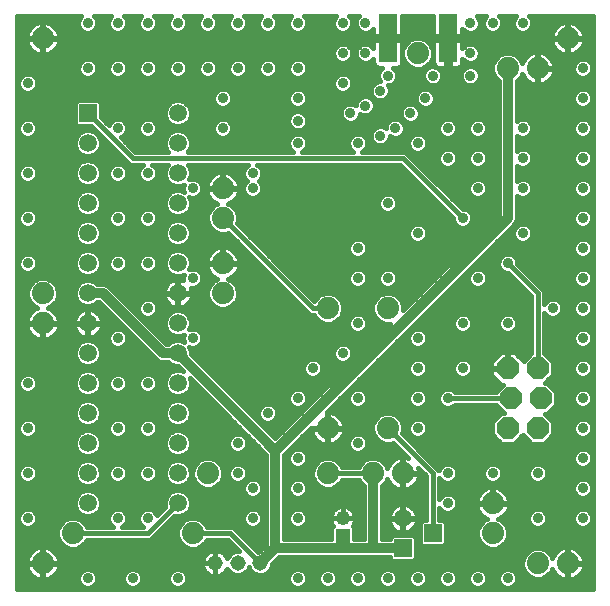
<source format=gbl>
G75*
G70*
%OFA0B0*%
%FSLAX24Y24*%
%IPPOS*%
%LPD*%
%AMOC8*
5,1,8,0,0,1.08239X$1,22.5*
%
%ADD10C,0.0515*%
%ADD11OC8,0.0740*%
%ADD12R,0.0600X0.1600*%
%ADD13C,0.0740*%
%ADD14R,0.0590X0.0590*%
%ADD15C,0.0590*%
%ADD16R,0.0480X0.0480*%
%ADD17C,0.0480*%
%ADD18C,0.0320*%
%ADD19C,0.0160*%
%ADD20C,0.0356*%
D10*
X007430Y002180D03*
X008180Y002180D03*
X008930Y002180D03*
D11*
X017180Y006680D03*
X017280Y007680D03*
X018280Y007680D03*
X018180Y006680D03*
X018180Y008680D03*
X017180Y008680D03*
D12*
X015180Y019680D03*
X013180Y019680D03*
D13*
X014180Y019180D03*
X017180Y018680D03*
X018180Y018680D03*
X019180Y019680D03*
X013180Y010680D03*
X011180Y010680D03*
X007680Y011180D03*
X007680Y012180D03*
X007680Y013680D03*
X007680Y014680D03*
X001680Y011180D03*
X001680Y010180D03*
X007180Y005180D03*
X006680Y003180D03*
X002680Y003180D03*
X001680Y002180D03*
X011180Y005180D03*
X011180Y006680D03*
X012680Y005180D03*
X013680Y005180D03*
X013180Y006680D03*
X016680Y004180D03*
X016680Y003180D03*
X018180Y002180D03*
X019180Y002180D03*
X001680Y019680D03*
D14*
X003180Y017180D03*
X014680Y003180D03*
X013680Y002680D03*
D15*
X013680Y003680D03*
X006180Y004180D03*
X006180Y005180D03*
X006180Y006180D03*
X006180Y007180D03*
X006180Y008180D03*
X006180Y009180D03*
X006180Y010180D03*
X006180Y011180D03*
X006180Y012180D03*
X006180Y013180D03*
X006180Y014180D03*
X006180Y015180D03*
X006180Y016180D03*
X006180Y017180D03*
X003180Y016180D03*
X003180Y015180D03*
X003180Y014180D03*
X003180Y013180D03*
X003180Y012180D03*
X003180Y011180D03*
X003180Y010180D03*
X003180Y009180D03*
X003180Y008180D03*
X003180Y007180D03*
X003180Y006180D03*
X003180Y005180D03*
X003180Y004180D03*
D16*
X011680Y003090D03*
D17*
X011680Y003680D03*
D18*
X011680Y003090D02*
X011680Y002680D01*
X012680Y002680D01*
X012680Y005180D01*
X012680Y002680D02*
X013680Y002680D01*
X011680Y002680D02*
X009430Y002680D01*
X008930Y002180D01*
X009430Y002680D02*
X009430Y005930D01*
X017180Y013680D01*
X017180Y018680D01*
X006180Y009180D02*
X009430Y005930D01*
X006180Y009180D02*
X005680Y009180D01*
X003680Y011180D01*
X003180Y011180D01*
D19*
X000820Y020410D02*
X000820Y001320D01*
X020032Y001320D01*
X020032Y020410D01*
X017900Y020410D01*
X017950Y020360D01*
X017998Y020243D01*
X017998Y020117D01*
X017950Y020000D01*
X017860Y019910D01*
X017743Y019862D01*
X017617Y019862D01*
X017500Y019910D01*
X017410Y020000D01*
X017362Y020117D01*
X017362Y020243D01*
X017410Y020360D01*
X017460Y020410D01*
X016900Y020410D01*
X016950Y020360D01*
X016998Y020243D01*
X016998Y020117D01*
X016950Y020000D01*
X016860Y019910D01*
X016743Y019862D01*
X016617Y019862D01*
X016500Y019910D01*
X016410Y020000D01*
X016362Y020117D01*
X016362Y020243D01*
X016410Y020360D01*
X016460Y020410D01*
X016150Y020410D01*
X016200Y020360D01*
X016248Y020243D01*
X016248Y020117D01*
X016200Y020000D01*
X016110Y019910D01*
X015993Y019862D01*
X015867Y019862D01*
X015750Y019910D01*
X015660Y020000D01*
X015660Y020001D01*
X015660Y019750D01*
X015250Y019750D01*
X015250Y019610D01*
X015660Y019610D01*
X015660Y019359D01*
X015660Y019360D01*
X015750Y019450D01*
X015867Y019498D01*
X015993Y019498D01*
X016110Y019450D01*
X016200Y019360D01*
X016248Y019243D01*
X016248Y019117D01*
X016200Y019000D01*
X016110Y018910D01*
X015993Y018862D01*
X015867Y018862D01*
X015750Y018910D01*
X015660Y019000D01*
X015660Y019001D01*
X015660Y018856D01*
X015648Y018811D01*
X015624Y018769D01*
X015591Y018736D01*
X015549Y018712D01*
X015504Y018700D01*
X015250Y018700D01*
X015250Y019610D01*
X015110Y019610D01*
X014700Y019610D01*
X014700Y018856D01*
X014712Y018811D01*
X014736Y018769D01*
X014767Y018738D01*
X014743Y018748D01*
X014617Y018748D01*
X014500Y018700D01*
X014410Y018610D01*
X014362Y018493D01*
X014362Y018367D01*
X014410Y018250D01*
X014500Y018160D01*
X014617Y018112D01*
X014743Y018112D01*
X014860Y018160D01*
X014950Y018250D01*
X014998Y018367D01*
X014998Y018493D01*
X014950Y018610D01*
X014860Y018700D01*
X014859Y018700D01*
X015110Y018700D01*
X015110Y019610D01*
X015110Y019750D01*
X014700Y019750D01*
X014700Y020410D01*
X013660Y020410D01*
X013660Y019750D01*
X013250Y019750D01*
X013250Y019610D01*
X013660Y019610D01*
X013660Y018856D01*
X013648Y018811D01*
X013624Y018769D01*
X013591Y018736D01*
X013549Y018712D01*
X013504Y018700D01*
X013359Y018700D01*
X013360Y018700D01*
X013450Y018610D01*
X013498Y018493D01*
X013498Y018367D01*
X013450Y018250D01*
X013360Y018160D01*
X013243Y018112D01*
X013198Y018112D01*
X013200Y018110D01*
X013248Y017993D01*
X013248Y017867D01*
X013200Y017750D01*
X013110Y017660D01*
X012993Y017612D01*
X012867Y017612D01*
X012750Y017660D01*
X012660Y017750D01*
X012612Y017867D01*
X012612Y017993D01*
X012660Y018110D01*
X012750Y018200D01*
X012867Y018248D01*
X012912Y018248D01*
X012910Y018250D01*
X012862Y018367D01*
X012862Y018493D01*
X012910Y018610D01*
X013000Y018700D01*
X013001Y018700D01*
X012856Y018700D01*
X012811Y018712D01*
X012769Y018736D01*
X012736Y018769D01*
X012712Y018811D01*
X012700Y018856D01*
X012700Y019001D01*
X012700Y019000D01*
X012610Y018910D01*
X012493Y018862D01*
X012367Y018862D01*
X012250Y018910D01*
X012160Y019000D01*
X012112Y019117D01*
X012112Y019243D01*
X012160Y019360D01*
X012250Y019450D01*
X012367Y019498D01*
X012493Y019498D01*
X012610Y019450D01*
X012700Y019360D01*
X012700Y019359D01*
X012700Y019610D01*
X013110Y019610D01*
X013110Y019750D01*
X012700Y019750D01*
X012700Y020001D01*
X012700Y020000D01*
X012610Y019910D01*
X012493Y019862D01*
X012367Y019862D01*
X012250Y019910D01*
X012160Y020000D01*
X012112Y020117D01*
X012112Y020243D01*
X012160Y020360D01*
X012210Y020410D01*
X011900Y020410D01*
X011950Y020360D01*
X011998Y020243D01*
X011998Y020117D01*
X011950Y020000D01*
X011860Y019910D01*
X011743Y019862D01*
X011617Y019862D01*
X011500Y019910D01*
X011410Y020000D01*
X011362Y020117D01*
X011362Y020243D01*
X011410Y020360D01*
X011460Y020410D01*
X010400Y020410D01*
X010450Y020360D01*
X010498Y020243D01*
X010498Y020117D01*
X010450Y020000D01*
X010360Y019910D01*
X010243Y019862D01*
X010117Y019862D01*
X010000Y019910D01*
X009910Y020000D01*
X009862Y020117D01*
X009862Y020243D01*
X009910Y020360D01*
X009960Y020410D01*
X009400Y020410D01*
X009450Y020360D01*
X009498Y020243D01*
X009498Y020117D01*
X009450Y020000D01*
X009360Y019910D01*
X009243Y019862D01*
X009117Y019862D01*
X009000Y019910D01*
X008910Y020000D01*
X008862Y020117D01*
X008862Y020243D01*
X008910Y020360D01*
X008960Y020410D01*
X008400Y020410D01*
X008450Y020360D01*
X008498Y020243D01*
X008498Y020117D01*
X008450Y020000D01*
X008360Y019910D01*
X008243Y019862D01*
X008117Y019862D01*
X008000Y019910D01*
X007910Y020000D01*
X007862Y020117D01*
X007862Y020243D01*
X007910Y020360D01*
X007960Y020410D01*
X007400Y020410D01*
X007450Y020360D01*
X007498Y020243D01*
X007498Y020117D01*
X007450Y020000D01*
X007360Y019910D01*
X007243Y019862D01*
X007117Y019862D01*
X007000Y019910D01*
X006910Y020000D01*
X006862Y020117D01*
X006862Y020243D01*
X006910Y020360D01*
X006960Y020410D01*
X006400Y020410D01*
X006450Y020360D01*
X006498Y020243D01*
X006498Y020117D01*
X006450Y020000D01*
X006360Y019910D01*
X006243Y019862D01*
X006117Y019862D01*
X006000Y019910D01*
X005910Y020000D01*
X005862Y020117D01*
X005862Y020243D01*
X005910Y020360D01*
X005960Y020410D01*
X005400Y020410D01*
X005450Y020360D01*
X005498Y020243D01*
X005498Y020117D01*
X005450Y020000D01*
X005360Y019910D01*
X005243Y019862D01*
X005117Y019862D01*
X005000Y019910D01*
X004910Y020000D01*
X004862Y020117D01*
X004862Y020243D01*
X004910Y020360D01*
X004960Y020410D01*
X004400Y020410D01*
X004450Y020360D01*
X004498Y020243D01*
X004498Y020117D01*
X004450Y020000D01*
X004360Y019910D01*
X004243Y019862D01*
X004117Y019862D01*
X004000Y019910D01*
X003910Y020000D01*
X003862Y020117D01*
X003862Y020243D01*
X003910Y020360D01*
X003960Y020410D01*
X003400Y020410D01*
X003450Y020360D01*
X003498Y020243D01*
X003498Y020117D01*
X003450Y020000D01*
X003360Y019910D01*
X003243Y019862D01*
X003117Y019862D01*
X003000Y019910D01*
X002910Y020000D01*
X002862Y020117D01*
X002862Y020243D01*
X002910Y020360D01*
X002960Y020410D01*
X000820Y020410D01*
X000820Y020359D02*
X002910Y020359D01*
X002862Y020200D02*
X001859Y020200D01*
X001891Y020190D02*
X001809Y020216D01*
X001723Y020230D01*
X001700Y020230D01*
X001700Y019700D01*
X001660Y019700D01*
X001660Y020230D01*
X001637Y020230D01*
X001551Y020216D01*
X001469Y020190D01*
X001392Y020150D01*
X001322Y020100D01*
X001260Y020038D01*
X001210Y019968D01*
X001170Y019891D01*
X001144Y019809D01*
X001130Y019723D01*
X001130Y019700D01*
X001660Y019700D01*
X001660Y019660D01*
X001130Y019660D01*
X001130Y019637D01*
X001144Y019551D01*
X001170Y019469D01*
X001210Y019392D01*
X001260Y019322D01*
X001322Y019260D01*
X001392Y019210D01*
X001469Y019170D01*
X001551Y019144D01*
X001637Y019130D01*
X001660Y019130D01*
X001660Y019660D01*
X001700Y019660D01*
X001700Y019700D01*
X002230Y019700D01*
X002230Y019723D01*
X002216Y019809D01*
X002190Y019891D01*
X002150Y019968D01*
X002100Y020038D01*
X002038Y020100D01*
X001968Y020150D01*
X001891Y020190D01*
X001700Y020200D02*
X001660Y020200D01*
X001660Y020042D02*
X001700Y020042D01*
X001700Y019883D02*
X001660Y019883D01*
X001660Y019725D02*
X001700Y019725D01*
X001700Y019660D02*
X002230Y019660D01*
X002230Y019637D01*
X002216Y019551D01*
X002190Y019469D01*
X002150Y019392D01*
X002100Y019322D01*
X002038Y019260D01*
X001968Y019210D01*
X001891Y019170D01*
X001809Y019144D01*
X001723Y019130D01*
X001700Y019130D01*
X001700Y019660D01*
X001700Y019566D02*
X001660Y019566D01*
X001660Y019408D02*
X001700Y019408D01*
X001700Y019249D02*
X001660Y019249D01*
X001337Y019249D02*
X000820Y019249D01*
X000820Y019091D02*
X011373Y019091D01*
X011362Y019117D02*
X011410Y019000D01*
X011500Y018910D01*
X011617Y018862D01*
X011743Y018862D01*
X011860Y018910D01*
X011950Y019000D01*
X011998Y019117D01*
X011998Y019243D01*
X011950Y019360D01*
X011860Y019450D01*
X011743Y019498D01*
X011617Y019498D01*
X011500Y019450D01*
X011410Y019360D01*
X011362Y019243D01*
X011362Y019117D01*
X011364Y019249D02*
X002023Y019249D01*
X002158Y019408D02*
X011458Y019408D01*
X011902Y019408D02*
X012208Y019408D01*
X012114Y019249D02*
X011996Y019249D01*
X011987Y019091D02*
X012123Y019091D01*
X012228Y018932D02*
X011882Y018932D01*
X011478Y018932D02*
X010378Y018932D01*
X010360Y018950D02*
X010243Y018998D01*
X010117Y018998D01*
X010000Y018950D01*
X009910Y018860D01*
X009862Y018743D01*
X009862Y018617D01*
X009910Y018500D01*
X010000Y018410D01*
X010117Y018362D01*
X010243Y018362D01*
X010360Y018410D01*
X010450Y018500D01*
X010498Y018617D01*
X010498Y018743D01*
X010450Y018860D01*
X010360Y018950D01*
X010486Y018774D02*
X012734Y018774D01*
X012700Y018932D02*
X012632Y018932D01*
X012915Y018615D02*
X010497Y018615D01*
X010406Y018457D02*
X011516Y018457D01*
X011500Y018450D02*
X011410Y018360D01*
X011362Y018243D01*
X011362Y018117D01*
X011410Y018000D01*
X011500Y017910D01*
X011617Y017862D01*
X011743Y017862D01*
X011860Y017910D01*
X011950Y018000D01*
X011998Y018117D01*
X011998Y018243D01*
X011950Y018360D01*
X011860Y018450D01*
X011743Y018498D01*
X011617Y018498D01*
X011500Y018450D01*
X011385Y018298D02*
X001475Y018298D01*
X001498Y018243D02*
X001450Y018360D01*
X001360Y018450D01*
X001243Y018498D01*
X001117Y018498D01*
X001000Y018450D01*
X000910Y018360D01*
X000862Y018243D01*
X000862Y018117D01*
X000910Y018000D01*
X001000Y017910D01*
X001117Y017862D01*
X001243Y017862D01*
X001360Y017910D01*
X001450Y018000D01*
X001498Y018117D01*
X001498Y018243D01*
X001498Y018140D02*
X011362Y018140D01*
X011429Y017981D02*
X010285Y017981D01*
X010243Y017998D02*
X010360Y017950D01*
X010450Y017860D01*
X010498Y017743D01*
X010498Y017617D01*
X010450Y017500D01*
X010360Y017410D01*
X010243Y017362D01*
X010117Y017362D01*
X010000Y017410D01*
X009910Y017500D01*
X009862Y017617D01*
X009862Y017743D01*
X009910Y017860D01*
X010000Y017950D01*
X010117Y017998D01*
X010243Y017998D01*
X010075Y017981D02*
X007785Y017981D01*
X007743Y017998D02*
X007617Y017998D01*
X007500Y017950D01*
X007410Y017860D01*
X007362Y017743D01*
X007362Y017617D01*
X007410Y017500D01*
X007500Y017410D01*
X007617Y017362D01*
X007743Y017362D01*
X007860Y017410D01*
X007950Y017500D01*
X007998Y017617D01*
X007998Y017743D01*
X007950Y017860D01*
X007860Y017950D01*
X007743Y017998D01*
X007575Y017981D02*
X001431Y017981D01*
X001344Y018457D02*
X002954Y018457D01*
X002910Y018500D02*
X003000Y018410D01*
X003117Y018362D01*
X003243Y018362D01*
X003360Y018410D01*
X003450Y018500D01*
X003498Y018617D01*
X003498Y018743D01*
X003450Y018860D01*
X003360Y018950D01*
X003243Y018998D01*
X003117Y018998D01*
X003000Y018950D01*
X002910Y018860D01*
X002862Y018743D01*
X002862Y018617D01*
X002910Y018500D01*
X002863Y018615D02*
X000820Y018615D01*
X000820Y018457D02*
X001016Y018457D01*
X000885Y018298D02*
X000820Y018298D01*
X000820Y018140D02*
X000862Y018140D01*
X000820Y017981D02*
X000929Y017981D01*
X000820Y017823D02*
X007395Y017823D01*
X007362Y017664D02*
X000820Y017664D01*
X000820Y017506D02*
X002745Y017506D01*
X002745Y017533D02*
X002745Y016827D01*
X002827Y016745D01*
X003304Y016745D01*
X004589Y015460D01*
X005025Y015460D01*
X005000Y015450D01*
X004910Y015360D01*
X004862Y015243D01*
X004862Y015117D01*
X004910Y015000D01*
X005000Y014910D01*
X005117Y014862D01*
X005243Y014862D01*
X005360Y014910D01*
X005450Y015000D01*
X005498Y015117D01*
X005498Y015243D01*
X005450Y015360D01*
X005360Y015450D01*
X005335Y015460D01*
X005845Y015460D01*
X005811Y015426D01*
X005745Y015267D01*
X005745Y015093D01*
X005811Y014934D01*
X005934Y014811D01*
X003426Y014811D01*
X003549Y014934D01*
X003615Y015093D01*
X003615Y015267D01*
X003549Y015426D01*
X003426Y015549D01*
X003267Y015615D01*
X003093Y015615D01*
X002934Y015549D01*
X002811Y015426D01*
X002745Y015267D01*
X002745Y015093D01*
X002811Y014934D01*
X002934Y014811D01*
X000820Y014811D01*
X000820Y014653D02*
X006362Y014653D01*
X006362Y014617D02*
X006383Y014567D01*
X006267Y014615D01*
X006093Y014615D01*
X005934Y014549D01*
X005811Y014426D01*
X005745Y014267D01*
X005745Y014093D01*
X005811Y013934D01*
X005934Y013811D01*
X006093Y013745D01*
X006267Y013745D01*
X006426Y013811D01*
X006549Y013934D01*
X006615Y014093D01*
X006615Y014267D01*
X006567Y014383D01*
X006617Y014362D01*
X006743Y014362D01*
X006860Y014410D01*
X006950Y014500D01*
X006998Y014617D01*
X006998Y014743D01*
X006950Y014860D01*
X006860Y014950D01*
X006743Y014998D01*
X006617Y014998D01*
X006567Y014977D01*
X006615Y015093D01*
X006615Y015267D01*
X006549Y015426D01*
X006515Y015460D01*
X008525Y015460D01*
X008500Y015450D01*
X008410Y015360D01*
X008362Y015243D01*
X008362Y015117D01*
X008410Y015000D01*
X008480Y014930D01*
X008410Y014860D01*
X008362Y014743D01*
X008362Y014617D01*
X008410Y014500D01*
X008500Y014410D01*
X008617Y014362D01*
X008743Y014362D01*
X008860Y014410D01*
X008950Y014500D01*
X008998Y014617D01*
X008998Y014743D01*
X008950Y014860D01*
X008880Y014930D01*
X008950Y015000D01*
X008998Y015117D01*
X008998Y015243D01*
X008950Y015360D01*
X008860Y015450D01*
X008835Y015460D01*
X013589Y015460D01*
X015362Y013687D01*
X015362Y013617D01*
X015410Y013500D01*
X015500Y013410D01*
X015617Y013362D01*
X015743Y013362D01*
X015860Y013410D01*
X015950Y013500D01*
X015998Y013617D01*
X015998Y013743D01*
X015950Y013860D01*
X016880Y013860D01*
X016880Y013804D02*
X013690Y010614D01*
X013690Y010781D01*
X013612Y010969D01*
X013469Y011112D01*
X013281Y011190D01*
X013079Y011190D01*
X012891Y011112D01*
X012748Y010969D01*
X012670Y010781D01*
X012670Y010579D01*
X012748Y010391D01*
X012891Y010248D01*
X013079Y010170D01*
X013246Y010170D01*
X009430Y006354D01*
X006615Y009169D01*
X006615Y009267D01*
X006567Y009383D01*
X006617Y009362D01*
X006743Y009362D01*
X006860Y009410D01*
X006950Y009500D01*
X006998Y009617D01*
X006998Y009743D01*
X006950Y009860D01*
X006860Y009950D01*
X006743Y009998D01*
X006617Y009998D01*
X006567Y009977D01*
X006615Y010093D01*
X006615Y010267D01*
X006549Y010426D01*
X006426Y010549D01*
X006267Y010615D01*
X006093Y010615D01*
X005934Y010549D01*
X005811Y010426D01*
X005745Y010267D01*
X005745Y010093D01*
X005811Y009934D01*
X005934Y009811D01*
X006093Y009745D01*
X006267Y009745D01*
X006383Y009793D01*
X006362Y009743D01*
X006362Y009617D01*
X006383Y009567D01*
X006267Y009615D01*
X006093Y009615D01*
X005934Y009549D01*
X005865Y009480D01*
X005804Y009480D01*
X003850Y011434D01*
X003740Y011480D01*
X003495Y011480D01*
X003426Y011549D01*
X003267Y011615D01*
X003093Y011615D01*
X002934Y011549D01*
X002811Y011426D01*
X002745Y011267D01*
X002745Y011093D01*
X002811Y010934D01*
X002934Y010811D01*
X003093Y010745D01*
X003267Y010745D01*
X003426Y010811D01*
X003495Y010880D01*
X003556Y010880D01*
X005426Y009010D01*
X005510Y008926D01*
X005620Y008880D01*
X005865Y008880D01*
X005934Y008811D01*
X006093Y008745D01*
X006191Y008745D01*
X006359Y008577D01*
X006267Y008615D01*
X006093Y008615D01*
X005934Y008549D01*
X005811Y008426D01*
X005745Y008267D01*
X005745Y008093D01*
X005811Y007934D01*
X005934Y007811D01*
X006093Y007745D01*
X006267Y007745D01*
X006426Y007811D01*
X006549Y007934D01*
X006615Y008093D01*
X006615Y008267D01*
X006577Y008359D01*
X009130Y005806D01*
X009130Y002804D01*
X008903Y002577D01*
X008851Y002577D01*
X008846Y002575D01*
X008021Y003400D01*
X007141Y003400D01*
X007112Y003469D01*
X006969Y003612D01*
X006781Y003690D01*
X006579Y003690D01*
X006391Y003612D01*
X006248Y003469D01*
X006170Y003281D01*
X006170Y003079D01*
X006248Y002891D01*
X006391Y002748D01*
X006579Y002670D01*
X006781Y002670D01*
X006969Y002748D01*
X007112Y002891D01*
X007141Y002960D01*
X007839Y002960D01*
X008221Y002577D01*
X008101Y002577D01*
X007955Y002517D01*
X007843Y002405D01*
X007827Y002365D01*
X007804Y002409D01*
X007764Y002465D01*
X007715Y002514D01*
X007659Y002554D01*
X007598Y002585D01*
X007532Y002607D01*
X007464Y002617D01*
X007430Y002617D01*
X007396Y002617D01*
X007328Y002607D01*
X007262Y002585D01*
X007201Y002554D01*
X007145Y002514D01*
X007096Y002465D01*
X007056Y002409D01*
X007025Y002348D01*
X007003Y002282D01*
X006993Y002214D01*
X006993Y002180D01*
X006993Y002146D01*
X007003Y002078D01*
X007025Y002012D01*
X007056Y001951D01*
X007096Y001895D01*
X007145Y001846D01*
X007201Y001806D01*
X007262Y001775D01*
X007328Y001753D01*
X007396Y001743D01*
X007430Y001743D01*
X007464Y001743D01*
X007532Y001753D01*
X007598Y001775D01*
X007659Y001806D01*
X007715Y001846D01*
X007764Y001895D01*
X007804Y001951D01*
X007827Y001995D01*
X007843Y001955D01*
X007955Y001843D01*
X008101Y001783D01*
X008259Y001783D01*
X008405Y001843D01*
X008517Y001955D01*
X008555Y002047D01*
X008593Y001955D01*
X008705Y001843D01*
X008851Y001783D01*
X009009Y001783D01*
X009155Y001843D01*
X009267Y001955D01*
X009327Y002101D01*
X009327Y002153D01*
X009554Y002380D01*
X013245Y002380D01*
X013245Y002327D01*
X013327Y002245D01*
X014033Y002245D01*
X014115Y002327D01*
X014115Y003033D01*
X014033Y003115D01*
X013327Y003115D01*
X013245Y003033D01*
X013245Y002980D01*
X012980Y002980D01*
X012980Y004759D01*
X013112Y004891D01*
X013159Y005004D01*
X013170Y004969D01*
X013210Y004892D01*
X013260Y004822D01*
X013322Y004760D01*
X013392Y004710D01*
X013469Y004670D01*
X013551Y004644D01*
X013637Y004630D01*
X013660Y004630D01*
X013660Y005160D01*
X013700Y005160D01*
X013700Y005200D01*
X014230Y005200D01*
X014230Y005223D01*
X014216Y005309D01*
X014205Y005344D01*
X014460Y005089D01*
X014460Y003615D01*
X014327Y003615D01*
X014245Y003533D01*
X014245Y002827D01*
X014327Y002745D01*
X015033Y002745D01*
X015115Y002827D01*
X015115Y003533D01*
X015033Y003615D01*
X014900Y003615D01*
X014900Y004025D01*
X014910Y004000D01*
X015000Y003910D01*
X015117Y003862D01*
X015243Y003862D01*
X015360Y003910D01*
X015450Y004000D01*
X015498Y004117D01*
X015498Y004243D01*
X015450Y004360D01*
X015360Y004450D01*
X015243Y004498D01*
X015117Y004498D01*
X015000Y004450D01*
X014910Y004360D01*
X014900Y004335D01*
X014900Y005025D01*
X014910Y005000D01*
X015000Y004910D01*
X015117Y004862D01*
X015243Y004862D01*
X015360Y004910D01*
X015450Y005000D01*
X015498Y005117D01*
X015498Y005243D01*
X015450Y005360D01*
X015360Y005450D01*
X015243Y005498D01*
X015117Y005498D01*
X015000Y005450D01*
X014910Y005360D01*
X014881Y005290D01*
X014771Y005400D01*
X013661Y006510D01*
X013690Y006579D01*
X013690Y006781D01*
X013612Y006969D01*
X013469Y007112D01*
X013281Y007190D01*
X013079Y007190D01*
X012891Y007112D01*
X012748Y006969D01*
X012670Y006781D01*
X012670Y006579D01*
X012748Y006391D01*
X012891Y006248D01*
X013079Y006170D01*
X013281Y006170D01*
X013350Y006199D01*
X013844Y005705D01*
X013809Y005716D01*
X013723Y005730D01*
X013700Y005730D01*
X013700Y005200D01*
X013660Y005200D01*
X013660Y005730D01*
X013637Y005730D01*
X013551Y005716D01*
X013469Y005690D01*
X013392Y005650D01*
X013322Y005600D01*
X013260Y005538D01*
X013210Y005468D01*
X013170Y005391D01*
X013159Y005356D01*
X013112Y005469D01*
X012969Y005612D01*
X012781Y005690D01*
X012579Y005690D01*
X012391Y005612D01*
X012248Y005469D01*
X012219Y005400D01*
X011641Y005400D01*
X011612Y005469D01*
X011469Y005612D01*
X011281Y005690D01*
X011079Y005690D01*
X010891Y005612D01*
X010748Y005469D01*
X010670Y005281D01*
X010670Y005079D01*
X010748Y004891D01*
X010891Y004748D01*
X011079Y004670D01*
X011281Y004670D01*
X011469Y004748D01*
X011612Y004891D01*
X011641Y004960D01*
X012219Y004960D01*
X012248Y004891D01*
X012380Y004759D01*
X012380Y002980D01*
X012060Y002980D01*
X012060Y003388D01*
X012018Y003430D01*
X012039Y003460D01*
X012069Y003519D01*
X012090Y003582D01*
X012100Y003647D01*
X012100Y003680D01*
X012100Y003713D01*
X012090Y003778D01*
X012069Y003841D01*
X012039Y003900D01*
X012000Y003954D01*
X011954Y004000D01*
X011900Y004039D01*
X011841Y004069D01*
X011778Y004090D01*
X011713Y004100D01*
X011680Y004100D01*
X011680Y003680D01*
X011680Y003680D01*
X012100Y003680D01*
X011680Y003680D01*
X011680Y003680D01*
X011680Y003680D01*
X011260Y003680D01*
X011260Y003713D01*
X011270Y003778D01*
X011291Y003841D01*
X011321Y003900D01*
X011360Y003954D01*
X011406Y004000D01*
X011460Y004039D01*
X011519Y004069D01*
X011582Y004090D01*
X011647Y004100D01*
X011680Y004100D01*
X011680Y003680D01*
X011260Y003680D01*
X011260Y003647D01*
X011270Y003582D01*
X011291Y003519D01*
X011321Y003460D01*
X011342Y003430D01*
X011300Y003388D01*
X011300Y002980D01*
X009730Y002980D01*
X009730Y005806D01*
X010630Y006706D01*
X010630Y006689D01*
X011171Y006689D01*
X011171Y007230D01*
X011154Y007230D01*
X017350Y013426D01*
X017434Y013510D01*
X017480Y013620D01*
X017480Y014430D01*
X017500Y014410D01*
X017617Y014362D01*
X017743Y014362D01*
X017860Y014410D01*
X017950Y014500D01*
X017998Y014617D01*
X017998Y014743D01*
X017950Y014860D01*
X017860Y014950D01*
X017743Y014998D01*
X017617Y014998D01*
X017500Y014950D01*
X017480Y014930D01*
X017480Y015430D01*
X017500Y015410D01*
X017617Y015362D01*
X017743Y015362D01*
X017860Y015410D01*
X017950Y015500D01*
X017998Y015617D01*
X017998Y015743D01*
X017950Y015860D01*
X017860Y015950D01*
X017743Y015998D01*
X017617Y015998D01*
X017500Y015950D01*
X017480Y015930D01*
X017480Y016430D01*
X017500Y016410D01*
X017617Y016362D01*
X017743Y016362D01*
X017860Y016410D01*
X017950Y016500D01*
X017998Y016617D01*
X017998Y016743D01*
X017950Y016860D01*
X017860Y016950D01*
X017743Y016998D01*
X017617Y016998D01*
X017500Y016950D01*
X017480Y016930D01*
X017480Y018259D01*
X017612Y018391D01*
X017659Y018504D01*
X017670Y018469D01*
X017710Y018392D01*
X017760Y018322D01*
X017822Y018260D01*
X017892Y018210D01*
X017969Y018170D01*
X018051Y018144D01*
X018137Y018130D01*
X018160Y018130D01*
X018160Y018660D01*
X018200Y018660D01*
X018200Y018700D01*
X018160Y018700D01*
X018160Y019230D01*
X018137Y019230D01*
X018051Y019216D01*
X017969Y019190D01*
X017892Y019150D01*
X017822Y019100D01*
X017760Y019038D01*
X017710Y018968D01*
X017670Y018891D01*
X017659Y018856D01*
X017612Y018969D01*
X017469Y019112D01*
X017281Y019190D01*
X017079Y019190D01*
X016891Y019112D01*
X016748Y018969D01*
X016670Y018781D01*
X016670Y018579D01*
X016748Y018391D01*
X016880Y018259D01*
X016880Y013804D01*
X016777Y013702D02*
X015998Y013702D01*
X015968Y013543D02*
X016619Y013543D01*
X016460Y013385D02*
X015798Y013385D01*
X015562Y013385D02*
X014425Y013385D01*
X014450Y013360D02*
X014360Y013450D01*
X014243Y013498D01*
X014117Y013498D01*
X014000Y013450D01*
X013910Y013360D01*
X013862Y013243D01*
X013862Y013117D01*
X013910Y013000D01*
X014000Y012910D01*
X014117Y012862D01*
X014243Y012862D01*
X014360Y012910D01*
X014450Y013000D01*
X014498Y013117D01*
X014498Y013243D01*
X014450Y013360D01*
X014498Y013226D02*
X016302Y013226D01*
X016143Y013068D02*
X014478Y013068D01*
X014357Y012909D02*
X015985Y012909D01*
X015826Y012751D02*
X012495Y012751D01*
X012498Y012743D02*
X012450Y012860D01*
X012360Y012950D01*
X012243Y012998D01*
X012117Y012998D01*
X012000Y012950D01*
X011910Y012860D01*
X011862Y012743D01*
X011862Y012617D01*
X011910Y012500D01*
X012000Y012410D01*
X012117Y012362D01*
X012243Y012362D01*
X012360Y012410D01*
X012450Y012500D01*
X012498Y012617D01*
X012498Y012743D01*
X012488Y012592D02*
X015668Y012592D01*
X015509Y012434D02*
X012383Y012434D01*
X011977Y012434D02*
X009238Y012434D01*
X009079Y012592D02*
X011872Y012592D01*
X011865Y012751D02*
X008921Y012751D01*
X008762Y012909D02*
X011959Y012909D01*
X012401Y012909D02*
X014003Y012909D01*
X013882Y013068D02*
X008604Y013068D01*
X008445Y013226D02*
X013862Y013226D01*
X013935Y013385D02*
X008287Y013385D01*
X008161Y013510D02*
X008190Y013579D01*
X008190Y013781D01*
X008112Y013969D01*
X007969Y014112D01*
X007856Y014159D01*
X007891Y014170D01*
X007968Y014210D01*
X008038Y014260D01*
X008100Y014322D01*
X008150Y014392D01*
X008190Y014469D01*
X008216Y014551D01*
X008230Y014637D01*
X008230Y014660D01*
X007700Y014660D01*
X007700Y014700D01*
X008230Y014700D01*
X008230Y014723D01*
X008216Y014809D01*
X008190Y014891D01*
X008150Y014968D01*
X008100Y015038D01*
X008038Y015100D01*
X007968Y015150D01*
X007891Y015190D01*
X007809Y015216D01*
X007723Y015230D01*
X007700Y015230D01*
X007700Y014700D01*
X007660Y014700D01*
X007660Y015230D01*
X007637Y015230D01*
X007551Y015216D01*
X007469Y015190D01*
X007392Y015150D01*
X007322Y015100D01*
X007260Y015038D01*
X007210Y014968D01*
X007170Y014891D01*
X007144Y014809D01*
X007130Y014723D01*
X007130Y014700D01*
X007660Y014700D01*
X007660Y014660D01*
X007130Y014660D01*
X007130Y014637D01*
X007144Y014551D01*
X007170Y014469D01*
X007210Y014392D01*
X007260Y014322D01*
X007322Y014260D01*
X007392Y014210D01*
X007469Y014170D01*
X007504Y014159D01*
X007391Y014112D01*
X007248Y013969D01*
X007170Y013781D01*
X007170Y013579D01*
X007248Y013391D01*
X007391Y013248D01*
X007579Y013170D01*
X007781Y013170D01*
X007850Y013199D01*
X010460Y010589D01*
X010589Y010460D01*
X010719Y010460D01*
X010748Y010391D01*
X010891Y010248D01*
X011079Y010170D01*
X011281Y010170D01*
X011469Y010248D01*
X011612Y010391D01*
X011690Y010579D01*
X011690Y010781D01*
X011612Y010969D01*
X011469Y011112D01*
X011281Y011190D01*
X011079Y011190D01*
X010891Y011112D01*
X010748Y010969D01*
X010734Y010937D01*
X008161Y013510D01*
X008175Y013543D02*
X015392Y013543D01*
X015347Y013702D02*
X008190Y013702D01*
X008157Y013860D02*
X015189Y013860D01*
X015030Y014019D02*
X013457Y014019D01*
X013450Y014000D02*
X013498Y014117D01*
X013498Y014243D01*
X013450Y014360D01*
X013360Y014450D01*
X013243Y014498D01*
X013117Y014498D01*
X013000Y014450D01*
X012910Y014360D01*
X012862Y014243D01*
X012862Y014117D01*
X012910Y014000D01*
X013000Y013910D01*
X013117Y013862D01*
X013243Y013862D01*
X013360Y013910D01*
X013450Y014000D01*
X013498Y014177D02*
X014872Y014177D01*
X014713Y014336D02*
X013460Y014336D01*
X013253Y014494D02*
X014555Y014494D01*
X014396Y014653D02*
X008998Y014653D01*
X008970Y014811D02*
X014238Y014811D01*
X014079Y014970D02*
X008919Y014970D01*
X008998Y015128D02*
X013921Y015128D01*
X013762Y015287D02*
X008980Y015287D01*
X008865Y015445D02*
X013604Y015445D01*
X013680Y015680D02*
X004680Y015680D01*
X003180Y017180D01*
X003615Y017189D02*
X005745Y017189D01*
X005745Y017267D02*
X005745Y017093D01*
X005811Y016934D01*
X005934Y016811D01*
X006093Y016745D01*
X006267Y016745D01*
X006426Y016811D01*
X006549Y016934D01*
X006615Y017093D01*
X006615Y017267D01*
X006549Y017426D01*
X006426Y017549D01*
X006267Y017615D01*
X006093Y017615D01*
X005934Y017549D01*
X005811Y017426D01*
X005745Y017267D01*
X005778Y017347D02*
X003615Y017347D01*
X003615Y017506D02*
X005890Y017506D01*
X005771Y017030D02*
X003641Y017030D01*
X003615Y017056D02*
X003881Y016790D01*
X003910Y016860D01*
X004000Y016950D01*
X004117Y016998D01*
X004243Y016998D01*
X004360Y016950D01*
X004450Y016860D01*
X004498Y016743D01*
X004498Y016617D01*
X004450Y016500D01*
X004360Y016410D01*
X004290Y016381D01*
X004771Y015900D01*
X005845Y015900D01*
X005811Y015934D01*
X005745Y016093D01*
X005745Y016267D01*
X005811Y016426D01*
X005934Y016549D01*
X006093Y016615D01*
X006267Y016615D01*
X006426Y016549D01*
X006549Y016426D01*
X006615Y016267D01*
X006615Y016093D01*
X006549Y015934D01*
X006515Y015900D01*
X010025Y015900D01*
X010000Y015910D01*
X009910Y016000D01*
X009862Y016117D01*
X009862Y016243D01*
X009910Y016360D01*
X010000Y016450D01*
X010117Y016498D01*
X010243Y016498D01*
X010360Y016450D01*
X010450Y016360D01*
X010498Y016243D01*
X010498Y016117D01*
X010450Y016000D01*
X010360Y015910D01*
X010335Y015900D01*
X012025Y015900D01*
X012000Y015910D01*
X011910Y016000D01*
X011862Y016117D01*
X011862Y016243D01*
X011910Y016360D01*
X012000Y016450D01*
X012117Y016498D01*
X012243Y016498D01*
X012360Y016450D01*
X012450Y016360D01*
X012498Y016243D01*
X012498Y016117D01*
X012450Y016000D01*
X012360Y015910D01*
X012335Y015900D01*
X013771Y015900D01*
X013900Y015771D01*
X015673Y013998D01*
X015743Y013998D01*
X015860Y013950D01*
X015950Y013860D01*
X015680Y013680D02*
X013680Y015680D01*
X013909Y015762D02*
X014870Y015762D01*
X014862Y015743D02*
X014862Y015617D01*
X014910Y015500D01*
X015000Y015410D01*
X015117Y015362D01*
X015243Y015362D01*
X015360Y015410D01*
X015450Y015500D01*
X015498Y015617D01*
X015498Y015743D01*
X015450Y015860D01*
X015360Y015950D01*
X015243Y015998D01*
X015117Y015998D01*
X015000Y015950D01*
X014910Y015860D01*
X014862Y015743D01*
X014867Y015604D02*
X014068Y015604D01*
X014226Y015445D02*
X014965Y015445D01*
X015395Y015445D02*
X015965Y015445D01*
X016000Y015410D02*
X016117Y015362D01*
X016243Y015362D01*
X016360Y015410D01*
X016450Y015500D01*
X016498Y015617D01*
X016498Y015743D01*
X016450Y015860D01*
X016360Y015950D01*
X016243Y015998D01*
X016117Y015998D01*
X016000Y015950D01*
X015910Y015860D01*
X015862Y015743D01*
X015862Y015617D01*
X015910Y015500D01*
X016000Y015410D01*
X015867Y015604D02*
X015493Y015604D01*
X015490Y015762D02*
X015870Y015762D01*
X015971Y015921D02*
X015389Y015921D01*
X014971Y015921D02*
X014370Y015921D01*
X014360Y015910D02*
X014450Y016000D01*
X014498Y016117D01*
X014498Y016243D01*
X014450Y016360D01*
X014360Y016450D01*
X014243Y016498D01*
X014117Y016498D01*
X014000Y016450D01*
X013910Y016360D01*
X013862Y016243D01*
X013862Y016117D01*
X013910Y016000D01*
X014000Y015910D01*
X014117Y015862D01*
X014243Y015862D01*
X014360Y015910D01*
X014482Y016079D02*
X016880Y016079D01*
X016880Y015921D02*
X016389Y015921D01*
X016490Y015762D02*
X016880Y015762D01*
X016880Y015604D02*
X016493Y015604D01*
X016395Y015445D02*
X016880Y015445D01*
X016880Y015287D02*
X014385Y015287D01*
X014543Y015128D02*
X016880Y015128D01*
X016880Y014970D02*
X016312Y014970D01*
X016360Y014950D02*
X016243Y014998D01*
X016117Y014998D01*
X016000Y014950D01*
X015910Y014860D01*
X015862Y014743D01*
X015862Y014617D01*
X015910Y014500D01*
X016000Y014410D01*
X016117Y014362D01*
X016243Y014362D01*
X016360Y014410D01*
X016450Y014500D01*
X016498Y014617D01*
X016498Y014743D01*
X016450Y014860D01*
X016360Y014950D01*
X016470Y014811D02*
X016880Y014811D01*
X016880Y014653D02*
X016498Y014653D01*
X016444Y014494D02*
X016880Y014494D01*
X016880Y014336D02*
X015336Y014336D01*
X015177Y014494D02*
X015916Y014494D01*
X015862Y014653D02*
X015019Y014653D01*
X014860Y014811D02*
X015890Y014811D01*
X016048Y014970D02*
X014702Y014970D01*
X015494Y014177D02*
X016880Y014177D01*
X016880Y014019D02*
X015653Y014019D01*
X016833Y012909D02*
X017503Y012909D01*
X017500Y012910D02*
X017617Y012862D01*
X017743Y012862D01*
X017860Y012910D01*
X017950Y013000D01*
X017998Y013117D01*
X017998Y013243D01*
X017950Y013360D01*
X017860Y013450D01*
X017743Y013498D01*
X017617Y013498D01*
X017500Y013450D01*
X017410Y013360D01*
X017362Y013243D01*
X017362Y013117D01*
X017410Y013000D01*
X017500Y012910D01*
X017382Y013068D02*
X016992Y013068D01*
X017150Y013226D02*
X017362Y013226D01*
X017309Y013385D02*
X017435Y013385D01*
X017448Y013543D02*
X019392Y013543D01*
X019410Y013500D02*
X019500Y013410D01*
X019617Y013362D01*
X019743Y013362D01*
X019860Y013410D01*
X019950Y013500D01*
X019998Y013617D01*
X019998Y013743D01*
X019950Y013860D01*
X020032Y013860D01*
X019950Y013860D02*
X019860Y013950D01*
X019743Y013998D01*
X019617Y013998D01*
X019500Y013950D01*
X019410Y013860D01*
X017480Y013860D01*
X017480Y013702D02*
X019362Y013702D01*
X019362Y013743D02*
X019362Y013617D01*
X019410Y013500D01*
X019562Y013385D02*
X017925Y013385D01*
X017998Y013226D02*
X020032Y013226D01*
X020032Y013068D02*
X017978Y013068D01*
X017857Y012909D02*
X019459Y012909D01*
X019500Y012950D02*
X019410Y012860D01*
X019362Y012743D01*
X019362Y012617D01*
X019410Y012500D01*
X019500Y012410D01*
X019617Y012362D01*
X019743Y012362D01*
X019860Y012410D01*
X019950Y012500D01*
X019998Y012617D01*
X019998Y012743D01*
X019950Y012860D01*
X019860Y012950D01*
X019743Y012998D01*
X019617Y012998D01*
X019500Y012950D01*
X019365Y012751D02*
X016675Y012751D01*
X016516Y012592D02*
X019372Y012592D01*
X019477Y012434D02*
X017376Y012434D01*
X017360Y012450D02*
X017243Y012498D01*
X017117Y012498D01*
X017000Y012450D01*
X016910Y012360D01*
X016862Y012243D01*
X016862Y012117D01*
X016910Y012000D01*
X017000Y011910D01*
X017117Y011862D01*
X017187Y011862D01*
X017960Y011089D01*
X017960Y009181D01*
X017708Y008930D01*
X017408Y009230D01*
X017200Y009230D01*
X017200Y008700D01*
X017160Y008700D01*
X017160Y009230D01*
X016952Y009230D01*
X016630Y008908D01*
X016630Y008700D01*
X017160Y008700D01*
X017160Y008660D01*
X016630Y008660D01*
X016630Y008452D01*
X016952Y008130D01*
X017009Y008130D01*
X016779Y007900D01*
X015410Y007900D01*
X015360Y007950D01*
X015243Y007998D01*
X015117Y007998D01*
X015000Y007950D01*
X014910Y007860D01*
X014862Y007743D01*
X014862Y007617D01*
X014910Y007500D01*
X015000Y007410D01*
X015117Y007362D01*
X015243Y007362D01*
X015360Y007410D01*
X015410Y007460D01*
X016779Y007460D01*
X017049Y007190D01*
X016969Y007190D01*
X016670Y006891D01*
X016670Y006469D01*
X016969Y006170D01*
X017391Y006170D01*
X017680Y006459D01*
X017969Y006170D01*
X018391Y006170D01*
X018690Y006469D01*
X018690Y006891D01*
X018411Y007170D01*
X018491Y007170D01*
X018790Y007469D01*
X018790Y007891D01*
X018491Y008190D01*
X018411Y008190D01*
X018690Y008469D01*
X018690Y008891D01*
X018400Y009181D01*
X018400Y010525D01*
X018410Y010500D01*
X018500Y010410D01*
X018617Y010362D01*
X018743Y010362D01*
X018860Y010410D01*
X018950Y010500D01*
X018998Y010617D01*
X018998Y010743D01*
X018950Y010860D01*
X018860Y010950D01*
X018743Y010998D01*
X018617Y010998D01*
X018500Y010950D01*
X018410Y010860D01*
X018400Y010835D01*
X018400Y011271D01*
X017498Y012173D01*
X017498Y012243D01*
X017450Y012360D01*
X017360Y012450D01*
X017485Y012275D02*
X020032Y012275D01*
X020032Y012117D02*
X017555Y012117D01*
X017713Y011958D02*
X019520Y011958D01*
X019500Y011950D02*
X019410Y011860D01*
X019362Y011743D01*
X019362Y011617D01*
X019410Y011500D01*
X019500Y011410D01*
X019617Y011362D01*
X019743Y011362D01*
X019860Y011410D01*
X019950Y011500D01*
X019998Y011617D01*
X019998Y011743D01*
X019950Y011860D01*
X019860Y011950D01*
X019743Y011998D01*
X019617Y011998D01*
X019500Y011950D01*
X019385Y011800D02*
X017872Y011800D01*
X018030Y011641D02*
X019362Y011641D01*
X019428Y011483D02*
X018189Y011483D01*
X018347Y011324D02*
X020032Y011324D01*
X020032Y011166D02*
X018400Y011166D01*
X018400Y011007D02*
X020032Y011007D01*
X020032Y010849D02*
X019955Y010849D01*
X019950Y010860D02*
X019860Y010950D01*
X019743Y010998D01*
X019617Y010998D01*
X019500Y010950D01*
X019410Y010860D01*
X019362Y010743D01*
X019362Y010617D01*
X019410Y010500D01*
X019500Y010410D01*
X019617Y010362D01*
X019743Y010362D01*
X019860Y010410D01*
X019950Y010500D01*
X019998Y010617D01*
X019998Y010743D01*
X019950Y010860D01*
X019998Y010690D02*
X020032Y010690D01*
X020032Y010532D02*
X019963Y010532D01*
X020032Y010373D02*
X019770Y010373D01*
X019590Y010373D02*
X018770Y010373D01*
X018590Y010373D02*
X018400Y010373D01*
X018400Y010215D02*
X020032Y010215D01*
X020032Y010056D02*
X018400Y010056D01*
X018400Y009898D02*
X019448Y009898D01*
X019410Y009860D02*
X019500Y009950D01*
X019617Y009998D01*
X019743Y009998D01*
X019860Y009950D01*
X019950Y009860D01*
X019998Y009743D01*
X019998Y009617D01*
X019950Y009500D01*
X019860Y009410D01*
X019743Y009362D01*
X019617Y009362D01*
X019500Y009410D01*
X019410Y009500D01*
X019362Y009617D01*
X019362Y009743D01*
X019410Y009860D01*
X019362Y009739D02*
X018400Y009739D01*
X018400Y009581D02*
X019377Y009581D01*
X019488Y009422D02*
X018400Y009422D01*
X018400Y009264D02*
X020032Y009264D01*
X020032Y009422D02*
X019872Y009422D01*
X019983Y009581D02*
X020032Y009581D01*
X020032Y009739D02*
X019998Y009739D01*
X020032Y009898D02*
X019912Y009898D01*
X019397Y010532D02*
X018963Y010532D01*
X018998Y010690D02*
X019362Y010690D01*
X019405Y010849D02*
X018955Y010849D01*
X018405Y010849D02*
X018400Y010849D01*
X018180Y011180D02*
X017180Y012180D01*
X016875Y012275D02*
X016199Y012275D01*
X016041Y012117D02*
X016862Y012117D01*
X016952Y011958D02*
X016340Y011958D01*
X016360Y011950D02*
X016243Y011998D01*
X016117Y011998D01*
X016000Y011950D01*
X015910Y011860D01*
X015862Y011743D01*
X015862Y011617D01*
X015910Y011500D01*
X016000Y011410D01*
X016117Y011362D01*
X016243Y011362D01*
X016360Y011410D01*
X016450Y011500D01*
X016498Y011617D01*
X016498Y011743D01*
X016450Y011860D01*
X016360Y011950D01*
X016475Y011800D02*
X017249Y011800D01*
X017408Y011641D02*
X016498Y011641D01*
X016432Y011483D02*
X017566Y011483D01*
X017725Y011324D02*
X015248Y011324D01*
X015090Y011166D02*
X017883Y011166D01*
X017960Y011007D02*
X014931Y011007D01*
X014773Y010849D02*
X017960Y010849D01*
X017960Y010690D02*
X014614Y010690D01*
X014456Y010532D02*
X017960Y010532D01*
X017960Y010373D02*
X017437Y010373D01*
X017450Y010360D02*
X017360Y010450D01*
X017243Y010498D01*
X017117Y010498D01*
X017000Y010450D01*
X016910Y010360D01*
X016862Y010243D01*
X016862Y010117D01*
X016910Y010000D01*
X017000Y009910D01*
X017117Y009862D01*
X017243Y009862D01*
X017360Y009910D01*
X017450Y010000D01*
X017498Y010117D01*
X017498Y010243D01*
X017450Y010360D01*
X017498Y010215D02*
X017960Y010215D01*
X017960Y010056D02*
X017473Y010056D01*
X017329Y009898D02*
X017960Y009898D01*
X017960Y009739D02*
X014498Y009739D01*
X014498Y009743D02*
X014450Y009860D01*
X014360Y009950D01*
X014243Y009998D01*
X014117Y009998D01*
X014000Y009950D01*
X013910Y009860D01*
X013862Y009743D01*
X013862Y009617D01*
X013910Y009500D01*
X014000Y009410D01*
X014117Y009362D01*
X014243Y009362D01*
X014360Y009410D01*
X014450Y009500D01*
X014498Y009617D01*
X014498Y009743D01*
X014483Y009581D02*
X017960Y009581D01*
X017960Y009422D02*
X014372Y009422D01*
X013988Y009422D02*
X013346Y009422D01*
X013188Y009264D02*
X017960Y009264D01*
X017884Y009105D02*
X017533Y009105D01*
X017691Y008947D02*
X017725Y008947D01*
X017200Y008947D02*
X017160Y008947D01*
X017160Y009105D02*
X017200Y009105D01*
X017200Y008788D02*
X017160Y008788D01*
X016827Y009105D02*
X013029Y009105D01*
X012871Y008947D02*
X013997Y008947D01*
X014000Y008950D02*
X013910Y008860D01*
X013862Y008743D01*
X013862Y008617D01*
X013910Y008500D01*
X014000Y008410D01*
X014117Y008362D01*
X014243Y008362D01*
X014360Y008410D01*
X014450Y008500D01*
X014498Y008617D01*
X014498Y008743D01*
X014450Y008860D01*
X014360Y008950D01*
X014243Y008998D01*
X014117Y008998D01*
X014000Y008950D01*
X013880Y008788D02*
X012712Y008788D01*
X012554Y008630D02*
X013862Y008630D01*
X013939Y008471D02*
X012395Y008471D01*
X012237Y008313D02*
X016770Y008313D01*
X016630Y008471D02*
X015921Y008471D01*
X015950Y008500D02*
X015998Y008617D01*
X015998Y008743D01*
X015950Y008860D01*
X015860Y008950D01*
X015743Y008998D01*
X015617Y008998D01*
X015500Y008950D01*
X015410Y008860D01*
X015362Y008743D01*
X015362Y008617D01*
X015410Y008500D01*
X015500Y008410D01*
X015617Y008362D01*
X015743Y008362D01*
X015860Y008410D01*
X015950Y008500D01*
X015998Y008630D02*
X016630Y008630D01*
X016630Y008788D02*
X015980Y008788D01*
X015863Y008947D02*
X016669Y008947D01*
X016928Y008154D02*
X012078Y008154D01*
X012117Y007998D02*
X012000Y007950D01*
X011910Y007860D01*
X011862Y007743D01*
X011862Y007617D01*
X011910Y007500D01*
X012000Y007410D01*
X012117Y007362D01*
X012243Y007362D01*
X012360Y007410D01*
X012450Y007500D01*
X012498Y007617D01*
X012498Y007743D01*
X012450Y007860D01*
X012360Y007950D01*
X012243Y007998D01*
X012117Y007998D01*
X012110Y007996D02*
X011920Y007996D01*
X011901Y007837D02*
X011761Y007837D01*
X011862Y007679D02*
X011603Y007679D01*
X011444Y007520D02*
X011902Y007520D01*
X011538Y007100D02*
X011468Y007150D01*
X011391Y007190D01*
X011309Y007216D01*
X011223Y007230D01*
X011189Y007230D01*
X011189Y006689D01*
X011171Y006689D01*
X011171Y006671D01*
X011189Y006671D01*
X011189Y006689D01*
X011730Y006689D01*
X011730Y006723D01*
X011716Y006809D01*
X011690Y006891D01*
X011650Y006968D01*
X011600Y007038D01*
X011538Y007100D01*
X011593Y007045D02*
X012823Y007045D01*
X012713Y006886D02*
X011691Y006886D01*
X011729Y006728D02*
X012670Y006728D01*
X012674Y006569D02*
X011719Y006569D01*
X011716Y006551D02*
X011730Y006637D01*
X011730Y006671D01*
X011189Y006671D01*
X011189Y006130D01*
X011223Y006130D01*
X011309Y006144D01*
X011391Y006170D01*
X011468Y006210D01*
X011538Y006260D01*
X011600Y006322D01*
X011650Y006392D01*
X011690Y006469D01*
X011716Y006551D01*
X011660Y006411D02*
X011961Y006411D01*
X012000Y006450D02*
X011910Y006360D01*
X011862Y006243D01*
X011862Y006117D01*
X011910Y006000D01*
X012000Y005910D01*
X012117Y005862D01*
X012243Y005862D01*
X012360Y005910D01*
X012450Y006000D01*
X012498Y006117D01*
X012498Y006243D01*
X012450Y006360D01*
X012360Y006450D01*
X012243Y006498D01*
X012117Y006498D01*
X012000Y006450D01*
X011866Y006252D02*
X011527Y006252D01*
X011189Y006252D02*
X011171Y006252D01*
X011171Y006130D02*
X011171Y006671D01*
X010630Y006671D01*
X010630Y006637D01*
X010644Y006551D01*
X010670Y006469D01*
X010710Y006392D01*
X010760Y006322D01*
X010822Y006260D01*
X010892Y006210D01*
X010969Y006170D01*
X011051Y006144D01*
X011137Y006130D01*
X011171Y006130D01*
X011171Y006411D02*
X011189Y006411D01*
X011189Y006569D02*
X011171Y006569D01*
X011171Y006728D02*
X011189Y006728D01*
X011189Y006886D02*
X011171Y006886D01*
X011171Y007045D02*
X011189Y007045D01*
X011189Y007203D02*
X011171Y007203D01*
X011350Y007203D02*
X017036Y007203D01*
X016877Y007362D02*
X011286Y007362D01*
X010913Y007837D02*
X010459Y007837D01*
X010450Y007860D02*
X010360Y007950D01*
X010243Y007998D01*
X010117Y007998D01*
X010000Y007950D01*
X009910Y007860D01*
X009862Y007743D01*
X009862Y007617D01*
X009910Y007500D01*
X010000Y007410D01*
X010117Y007362D01*
X010243Y007362D01*
X010360Y007410D01*
X010450Y007500D01*
X010498Y007617D01*
X010498Y007743D01*
X010450Y007860D01*
X010498Y007679D02*
X010754Y007679D01*
X010596Y007520D02*
X010458Y007520D01*
X010437Y007362D02*
X009448Y007362D01*
X009450Y007360D02*
X009360Y007450D01*
X009243Y007498D01*
X009117Y007498D01*
X009000Y007450D01*
X008910Y007360D01*
X008862Y007243D01*
X008862Y007117D01*
X008910Y007000D01*
X009000Y006910D01*
X009117Y006862D01*
X009243Y006862D01*
X009360Y006910D01*
X009450Y007000D01*
X009498Y007117D01*
X009498Y007243D01*
X009450Y007360D01*
X009498Y007203D02*
X010279Y007203D01*
X010120Y007045D02*
X009468Y007045D01*
X009302Y006886D02*
X009962Y006886D01*
X009803Y006728D02*
X009057Y006728D01*
X009058Y006886D02*
X008898Y006886D01*
X008892Y007045D02*
X008740Y007045D01*
X008862Y007203D02*
X008581Y007203D01*
X008423Y007362D02*
X008912Y007362D01*
X008264Y007520D02*
X009902Y007520D01*
X009862Y007679D02*
X008106Y007679D01*
X007947Y007837D02*
X009901Y007837D01*
X010110Y007996D02*
X007789Y007996D01*
X007630Y008154D02*
X011230Y008154D01*
X011388Y008313D02*
X007472Y008313D01*
X007313Y008471D02*
X010439Y008471D01*
X010410Y008500D02*
X010500Y008410D01*
X010617Y008362D01*
X010743Y008362D01*
X010860Y008410D01*
X010950Y008500D01*
X010998Y008617D01*
X010998Y008743D01*
X010950Y008860D01*
X010860Y008950D01*
X010743Y008998D01*
X010617Y008998D01*
X010500Y008950D01*
X010410Y008860D01*
X010362Y008743D01*
X010362Y008617D01*
X010410Y008500D01*
X010362Y008630D02*
X007155Y008630D01*
X006996Y008788D02*
X010380Y008788D01*
X010497Y008947D02*
X006838Y008947D01*
X006679Y009105D02*
X011367Y009105D01*
X011362Y009117D02*
X011410Y009000D01*
X011500Y008910D01*
X011617Y008862D01*
X011743Y008862D01*
X011860Y008910D01*
X011950Y009000D01*
X011998Y009117D01*
X011998Y009243D01*
X011950Y009360D01*
X011860Y009450D01*
X011743Y009498D01*
X011617Y009498D01*
X011500Y009450D01*
X011410Y009360D01*
X011362Y009243D01*
X011362Y009117D01*
X011370Y009264D02*
X006615Y009264D01*
X006377Y009581D02*
X006350Y009581D01*
X006362Y009739D02*
X005545Y009739D01*
X005387Y009898D02*
X005847Y009898D01*
X005761Y010056D02*
X005228Y010056D01*
X005070Y010215D02*
X005745Y010215D01*
X005789Y010373D02*
X005270Y010373D01*
X005243Y010362D02*
X005360Y010410D01*
X005450Y010500D01*
X005498Y010617D01*
X005498Y010743D01*
X005450Y010860D01*
X005360Y010950D01*
X005243Y010998D01*
X005117Y010998D01*
X005000Y010950D01*
X004910Y010860D01*
X004862Y010743D01*
X004862Y010617D01*
X004910Y010500D01*
X005000Y010410D01*
X005117Y010362D01*
X005243Y010362D01*
X005090Y010373D02*
X004911Y010373D01*
X004897Y010532D02*
X004753Y010532D01*
X004862Y010690D02*
X004594Y010690D01*
X004436Y010849D02*
X004905Y010849D01*
X004277Y011007D02*
X005737Y011007D01*
X005740Y010998D02*
X005774Y010931D01*
X005818Y010871D01*
X005871Y010818D01*
X005931Y010774D01*
X005998Y010740D01*
X006069Y010717D01*
X006143Y010705D01*
X006162Y010705D01*
X006162Y011162D01*
X006198Y011162D01*
X006198Y011198D01*
X006655Y011198D01*
X006655Y011217D01*
X006643Y011291D01*
X006620Y011362D01*
X006743Y011362D01*
X006860Y011410D01*
X006950Y011500D01*
X006998Y011617D01*
X006998Y011743D01*
X006950Y011860D01*
X006860Y011950D01*
X006743Y011998D01*
X006617Y011998D01*
X006567Y011977D01*
X006615Y012093D01*
X006615Y012267D01*
X006549Y012426D01*
X006426Y012549D01*
X006267Y012615D01*
X006093Y012615D01*
X005934Y012549D01*
X005811Y012426D01*
X005745Y012267D01*
X005745Y012093D01*
X005811Y011934D01*
X005934Y011811D01*
X006093Y011745D01*
X006267Y011745D01*
X006383Y011793D01*
X006362Y011743D01*
X006362Y011620D01*
X006291Y011643D01*
X006217Y011655D01*
X006198Y011655D01*
X006198Y011198D01*
X006162Y011198D01*
X006162Y011655D01*
X006143Y011655D01*
X006069Y011643D01*
X005998Y011620D01*
X005931Y011586D01*
X005871Y011542D01*
X005818Y011489D01*
X005774Y011429D01*
X005740Y011362D01*
X005717Y011291D01*
X005705Y011217D01*
X005705Y011198D01*
X006162Y011198D01*
X006162Y011162D01*
X005705Y011162D01*
X005705Y011143D01*
X005717Y011069D01*
X005740Y010998D01*
X005840Y010849D02*
X005455Y010849D01*
X005498Y010690D02*
X007530Y010690D01*
X007579Y010670D02*
X007781Y010670D01*
X007969Y010748D01*
X008112Y010891D01*
X008190Y011079D01*
X008190Y011281D01*
X008112Y011469D01*
X007969Y011612D01*
X007856Y011659D01*
X007891Y011670D01*
X007968Y011710D01*
X008038Y011760D01*
X008100Y011822D01*
X008150Y011892D01*
X008190Y011969D01*
X008216Y012051D01*
X008230Y012137D01*
X008230Y012160D01*
X007700Y012160D01*
X007700Y012200D01*
X008230Y012200D01*
X008230Y012223D01*
X008216Y012309D01*
X008190Y012391D01*
X008150Y012468D01*
X008100Y012538D01*
X008038Y012600D01*
X007968Y012650D01*
X007891Y012690D01*
X007809Y012716D01*
X007723Y012730D01*
X007700Y012730D01*
X007700Y012200D01*
X007660Y012200D01*
X007660Y012730D01*
X007637Y012730D01*
X007551Y012716D01*
X007469Y012690D01*
X007392Y012650D01*
X007322Y012600D01*
X007260Y012538D01*
X007210Y012468D01*
X007170Y012391D01*
X007144Y012309D01*
X007130Y012223D01*
X007130Y012200D01*
X007660Y012200D01*
X007660Y012160D01*
X007130Y012160D01*
X007130Y012137D01*
X007144Y012051D01*
X007170Y011969D01*
X007210Y011892D01*
X007260Y011822D01*
X007322Y011760D01*
X007392Y011710D01*
X007469Y011670D01*
X007504Y011659D01*
X007391Y011612D01*
X007248Y011469D01*
X007170Y011281D01*
X007170Y011079D01*
X007248Y010891D01*
X007391Y010748D01*
X007579Y010670D01*
X007830Y010690D02*
X010359Y010690D01*
X010517Y010532D02*
X006444Y010532D01*
X006571Y010373D02*
X010766Y010373D01*
X010971Y010215D02*
X006615Y010215D01*
X006599Y010056D02*
X011887Y010056D01*
X011910Y010000D02*
X011862Y010117D01*
X011862Y010243D01*
X011910Y010360D01*
X012000Y010450D01*
X012117Y010498D01*
X012243Y010498D01*
X012360Y010450D01*
X012450Y010360D01*
X012498Y010243D01*
X012498Y010117D01*
X012450Y010000D01*
X012360Y009910D01*
X012243Y009862D01*
X012117Y009862D01*
X012000Y009910D01*
X011910Y010000D01*
X012031Y009898D02*
X006912Y009898D01*
X006998Y009739D02*
X012815Y009739D01*
X012973Y009898D02*
X012329Y009898D01*
X012473Y010056D02*
X013132Y010056D01*
X012971Y010215D02*
X012498Y010215D01*
X012437Y010373D02*
X012766Y010373D01*
X012689Y010532D02*
X011671Y010532D01*
X011690Y010690D02*
X012670Y010690D01*
X012698Y010849D02*
X011662Y010849D01*
X011574Y011007D02*
X012786Y011007D01*
X013019Y011166D02*
X011341Y011166D01*
X011019Y011166D02*
X010506Y011166D01*
X010347Y011324D02*
X014400Y011324D01*
X014558Y011483D02*
X013432Y011483D01*
X013450Y011500D02*
X013498Y011617D01*
X013498Y011743D01*
X013450Y011860D01*
X013360Y011950D01*
X013243Y011998D01*
X013117Y011998D01*
X013000Y011950D01*
X012910Y011860D01*
X012862Y011743D01*
X012862Y011617D01*
X012910Y011500D01*
X013000Y011410D01*
X013117Y011362D01*
X013243Y011362D01*
X013360Y011410D01*
X013450Y011500D01*
X013498Y011641D02*
X014717Y011641D01*
X014875Y011800D02*
X013475Y011800D01*
X013340Y011958D02*
X015034Y011958D01*
X015192Y012117D02*
X009555Y012117D01*
X009396Y012275D02*
X015351Y012275D01*
X015724Y011800D02*
X015885Y011800D01*
X015882Y011958D02*
X016020Y011958D01*
X015862Y011641D02*
X015565Y011641D01*
X015407Y011483D02*
X015928Y011483D01*
X015743Y010498D02*
X015617Y010498D01*
X015500Y010450D01*
X015410Y010360D01*
X015362Y010243D01*
X015362Y010117D01*
X015410Y010000D01*
X015500Y009910D01*
X015617Y009862D01*
X015743Y009862D01*
X015860Y009910D01*
X015950Y010000D01*
X015998Y010117D01*
X015998Y010243D01*
X015950Y010360D01*
X015860Y010450D01*
X015743Y010498D01*
X015937Y010373D02*
X016923Y010373D01*
X016862Y010215D02*
X015998Y010215D01*
X015973Y010056D02*
X016887Y010056D01*
X017031Y009898D02*
X015829Y009898D01*
X015531Y009898D02*
X014412Y009898D01*
X014139Y010215D02*
X015362Y010215D01*
X015387Y010056D02*
X013980Y010056D01*
X013948Y009898D02*
X013822Y009898D01*
X013862Y009739D02*
X013663Y009739D01*
X013505Y009581D02*
X013877Y009581D01*
X014363Y008947D02*
X015497Y008947D01*
X015380Y008788D02*
X014480Y008788D01*
X014498Y008630D02*
X015362Y008630D01*
X015439Y008471D02*
X014421Y008471D01*
X014243Y007998D02*
X014117Y007998D01*
X014000Y007950D01*
X013910Y007860D01*
X013862Y007743D01*
X013862Y007617D01*
X013910Y007500D01*
X014000Y007410D01*
X014117Y007362D01*
X014243Y007362D01*
X014360Y007410D01*
X014450Y007500D01*
X014498Y007617D01*
X014498Y007743D01*
X014450Y007860D01*
X014360Y007950D01*
X014243Y007998D01*
X014250Y007996D02*
X015110Y007996D01*
X015250Y007996D02*
X016874Y007996D01*
X017280Y007680D02*
X015180Y007680D01*
X014862Y007679D02*
X014498Y007679D01*
X014459Y007837D02*
X014901Y007837D01*
X014902Y007520D02*
X014458Y007520D01*
X013902Y007520D02*
X012458Y007520D01*
X012498Y007679D02*
X013862Y007679D01*
X013901Y007837D02*
X012459Y007837D01*
X012250Y007996D02*
X014110Y007996D01*
X014117Y006998D02*
X014000Y006950D01*
X013910Y006860D01*
X013862Y006743D01*
X013862Y006617D01*
X013910Y006500D01*
X014000Y006410D01*
X014117Y006362D01*
X014243Y006362D01*
X014360Y006410D01*
X014450Y006500D01*
X014498Y006617D01*
X014498Y006743D01*
X014450Y006860D01*
X014360Y006950D01*
X014243Y006998D01*
X014117Y006998D01*
X013936Y006886D02*
X013647Y006886D01*
X013690Y006728D02*
X013862Y006728D01*
X013882Y006569D02*
X013686Y006569D01*
X013761Y006411D02*
X014000Y006411D01*
X013919Y006252D02*
X016887Y006252D01*
X016728Y006411D02*
X014360Y006411D01*
X014478Y006569D02*
X016670Y006569D01*
X016670Y006728D02*
X014498Y006728D01*
X014424Y006886D02*
X016670Y006886D01*
X016823Y007045D02*
X013537Y007045D01*
X013180Y006680D02*
X014680Y005180D01*
X014680Y003180D01*
X015115Y003241D02*
X016170Y003241D01*
X016170Y003281D02*
X016170Y003079D01*
X016248Y002891D01*
X016391Y002748D01*
X016579Y002670D01*
X016781Y002670D01*
X016969Y002748D01*
X017112Y002891D01*
X017190Y003079D01*
X017190Y003281D01*
X017112Y003469D01*
X016969Y003612D01*
X016856Y003659D01*
X016891Y003670D01*
X016968Y003710D01*
X017038Y003760D01*
X017100Y003822D01*
X017150Y003892D01*
X017190Y003969D01*
X017216Y004051D01*
X017230Y004137D01*
X017230Y004160D01*
X016700Y004160D01*
X016700Y004200D01*
X017230Y004200D01*
X017230Y004223D01*
X017216Y004309D01*
X017190Y004391D01*
X017150Y004468D01*
X017100Y004538D01*
X017038Y004600D01*
X016968Y004650D01*
X016891Y004690D01*
X016809Y004716D01*
X016723Y004730D01*
X016700Y004730D01*
X016700Y004200D01*
X016660Y004200D01*
X016660Y004730D01*
X016637Y004730D01*
X016551Y004716D01*
X016469Y004690D01*
X016392Y004650D01*
X016322Y004600D01*
X016260Y004538D01*
X016210Y004468D01*
X016170Y004391D01*
X016144Y004309D01*
X016130Y004223D01*
X016130Y004200D01*
X016660Y004200D01*
X016660Y004160D01*
X016130Y004160D01*
X016130Y004137D01*
X016144Y004051D01*
X016170Y003969D01*
X016210Y003892D01*
X016260Y003822D01*
X016322Y003760D01*
X016392Y003710D01*
X016469Y003670D01*
X016504Y003659D01*
X016391Y003612D01*
X016248Y003469D01*
X016170Y003281D01*
X016219Y003399D02*
X015115Y003399D01*
X015090Y003558D02*
X016336Y003558D01*
X016383Y003716D02*
X014900Y003716D01*
X014900Y003875D02*
X015086Y003875D01*
X015274Y003875D02*
X016222Y003875D01*
X016149Y004033D02*
X015463Y004033D01*
X015498Y004192D02*
X016660Y004192D01*
X016700Y004192D02*
X020032Y004192D01*
X020032Y004350D02*
X017203Y004350D01*
X017121Y004509D02*
X019407Y004509D01*
X019410Y004500D02*
X019500Y004410D01*
X019617Y004362D01*
X019743Y004362D01*
X019860Y004410D01*
X019950Y004500D01*
X019998Y004617D01*
X019998Y004743D01*
X019950Y004860D01*
X019860Y004950D01*
X019743Y004998D01*
X019617Y004998D01*
X019500Y004950D01*
X019410Y004860D01*
X019362Y004743D01*
X019362Y004617D01*
X019410Y004500D01*
X019362Y004667D02*
X016936Y004667D01*
X016700Y004667D02*
X016660Y004667D01*
X016660Y004509D02*
X016700Y004509D01*
X016700Y004350D02*
X016660Y004350D01*
X016424Y004667D02*
X014900Y004667D01*
X014900Y004509D02*
X016239Y004509D01*
X016157Y004350D02*
X015454Y004350D01*
X014906Y004350D02*
X014900Y004350D01*
X014460Y004350D02*
X012980Y004350D01*
X012980Y004192D02*
X014460Y004192D01*
X014460Y004033D02*
X013999Y004033D01*
X013989Y004042D02*
X013929Y004086D01*
X013862Y004120D01*
X013791Y004143D01*
X013717Y004155D01*
X013698Y004155D01*
X013698Y003698D01*
X013662Y003698D01*
X013662Y004155D01*
X013643Y004155D01*
X013569Y004143D01*
X013498Y004120D01*
X013431Y004086D01*
X013371Y004042D01*
X013318Y003989D01*
X013274Y003929D01*
X013240Y003862D01*
X013217Y003791D01*
X013205Y003717D01*
X013205Y003698D01*
X013662Y003698D01*
X013662Y003662D01*
X013205Y003662D01*
X013205Y003643D01*
X013217Y003569D01*
X013240Y003498D01*
X013274Y003431D01*
X013318Y003371D01*
X013371Y003318D01*
X013431Y003274D01*
X013498Y003240D01*
X013569Y003217D01*
X013643Y003205D01*
X013662Y003205D01*
X013662Y003662D01*
X013698Y003662D01*
X013698Y003698D01*
X014155Y003698D01*
X014155Y003717D01*
X014143Y003791D01*
X014120Y003862D01*
X014086Y003929D01*
X014042Y003989D01*
X013989Y004042D01*
X014114Y003875D02*
X014460Y003875D01*
X014460Y003716D02*
X014155Y003716D01*
X014155Y003662D02*
X013698Y003662D01*
X013698Y003205D01*
X013717Y003205D01*
X013791Y003217D01*
X013862Y003240D01*
X013929Y003274D01*
X013989Y003318D01*
X014042Y003371D01*
X014086Y003431D01*
X014120Y003498D01*
X014143Y003569D01*
X014155Y003643D01*
X014155Y003662D01*
X014140Y003558D02*
X014270Y003558D01*
X014245Y003399D02*
X014063Y003399D01*
X014245Y003241D02*
X013864Y003241D01*
X013698Y003241D02*
X013662Y003241D01*
X013662Y003399D02*
X013698Y003399D01*
X013698Y003558D02*
X013662Y003558D01*
X013662Y003716D02*
X013698Y003716D01*
X013698Y003875D02*
X013662Y003875D01*
X013662Y004033D02*
X013698Y004033D01*
X013361Y004033D02*
X012980Y004033D01*
X012980Y003875D02*
X013246Y003875D01*
X013205Y003716D02*
X012980Y003716D01*
X012980Y003558D02*
X013220Y003558D01*
X013297Y003399D02*
X012980Y003399D01*
X012980Y003241D02*
X013496Y003241D01*
X013294Y003082D02*
X012980Y003082D01*
X012380Y003082D02*
X012060Y003082D01*
X012060Y003241D02*
X012380Y003241D01*
X012380Y003399D02*
X012049Y003399D01*
X012082Y003558D02*
X012380Y003558D01*
X012380Y003716D02*
X012100Y003716D01*
X012052Y003875D02*
X012380Y003875D01*
X012380Y004033D02*
X011909Y004033D01*
X011680Y004033D02*
X011680Y004033D01*
X011680Y003875D02*
X011680Y003875D01*
X011680Y003716D02*
X011680Y003716D01*
X011451Y004033D02*
X009730Y004033D01*
X009730Y003875D02*
X009925Y003875D01*
X009910Y003860D02*
X009862Y003743D01*
X009862Y003617D01*
X009910Y003500D01*
X010000Y003410D01*
X010117Y003362D01*
X010243Y003362D01*
X010360Y003410D01*
X010450Y003500D01*
X010498Y003617D01*
X010498Y003743D01*
X010450Y003860D01*
X010360Y003950D01*
X010243Y003998D01*
X010117Y003998D01*
X010000Y003950D01*
X009910Y003860D01*
X009862Y003716D02*
X009730Y003716D01*
X009730Y003558D02*
X009886Y003558D01*
X010027Y003399D02*
X009730Y003399D01*
X009730Y003241D02*
X011300Y003241D01*
X011311Y003399D02*
X010333Y003399D01*
X010474Y003558D02*
X011278Y003558D01*
X011260Y003716D02*
X010498Y003716D01*
X010435Y003875D02*
X011308Y003875D01*
X010450Y004500D02*
X010498Y004617D01*
X010498Y004743D01*
X010450Y004860D01*
X010360Y004950D01*
X010243Y004998D01*
X010117Y004998D01*
X010000Y004950D01*
X009910Y004860D01*
X009862Y004743D01*
X009862Y004617D01*
X009910Y004500D01*
X010000Y004410D01*
X010117Y004362D01*
X010243Y004362D01*
X010360Y004410D01*
X010450Y004500D01*
X010453Y004509D02*
X012380Y004509D01*
X012380Y004667D02*
X010498Y004667D01*
X010464Y004826D02*
X010813Y004826D01*
X010709Y004984D02*
X010277Y004984D01*
X010083Y004984D02*
X009730Y004984D01*
X009730Y004826D02*
X009896Y004826D01*
X009862Y004667D02*
X009730Y004667D01*
X009730Y004509D02*
X009907Y004509D01*
X009730Y004350D02*
X012380Y004350D01*
X012380Y004192D02*
X009730Y004192D01*
X009130Y004192D02*
X006615Y004192D01*
X006615Y004267D02*
X006549Y004426D01*
X006426Y004549D01*
X006267Y004615D01*
X006093Y004615D01*
X005934Y004549D01*
X005811Y004426D01*
X005745Y004267D01*
X005745Y004093D01*
X005756Y004067D01*
X005479Y003790D01*
X005450Y003860D01*
X005360Y003950D01*
X005243Y003998D01*
X005117Y003998D01*
X005000Y003950D01*
X004910Y003860D01*
X004862Y003743D01*
X004862Y003617D01*
X004910Y003500D01*
X005000Y003410D01*
X005025Y003400D01*
X004335Y003400D01*
X004360Y003410D01*
X004450Y003500D01*
X004498Y003617D01*
X004498Y003743D01*
X004450Y003860D01*
X004360Y003950D01*
X004243Y003998D01*
X004117Y003998D01*
X004000Y003950D01*
X003910Y003860D01*
X003862Y003743D01*
X003862Y003617D01*
X003910Y003500D01*
X004000Y003410D01*
X004025Y003400D01*
X003141Y003400D01*
X003112Y003469D01*
X002969Y003612D01*
X002781Y003690D01*
X002579Y003690D01*
X002391Y003612D01*
X002248Y003469D01*
X002170Y003281D01*
X002170Y003079D01*
X002248Y002891D01*
X002391Y002748D01*
X002579Y002670D01*
X002781Y002670D01*
X002969Y002748D01*
X003112Y002891D01*
X003141Y002960D01*
X005271Y002960D01*
X006067Y003756D01*
X006093Y003745D01*
X006267Y003745D01*
X006426Y003811D01*
X006549Y003934D01*
X006615Y004093D01*
X006615Y004267D01*
X006580Y004350D02*
X009130Y004350D01*
X009130Y004509D02*
X008953Y004509D01*
X008950Y004500D02*
X008998Y004617D01*
X008998Y004743D01*
X008950Y004860D01*
X008860Y004950D01*
X008743Y004998D01*
X008617Y004998D01*
X008500Y004950D01*
X008410Y004860D01*
X008362Y004743D01*
X008362Y004617D01*
X008410Y004500D01*
X008500Y004410D01*
X008617Y004362D01*
X008743Y004362D01*
X008860Y004410D01*
X008950Y004500D01*
X008998Y004667D02*
X009130Y004667D01*
X009130Y004826D02*
X008964Y004826D01*
X009130Y004984D02*
X008777Y004984D01*
X008583Y004984D02*
X008434Y004984D01*
X008450Y005000D02*
X008498Y005117D01*
X008498Y005243D01*
X008450Y005360D01*
X008360Y005450D01*
X008243Y005498D01*
X008117Y005498D01*
X008000Y005450D01*
X007910Y005360D01*
X007862Y005243D01*
X007862Y005117D01*
X007910Y005000D01*
X008000Y004910D01*
X008117Y004862D01*
X008243Y004862D01*
X008360Y004910D01*
X008450Y005000D01*
X008498Y005143D02*
X009130Y005143D01*
X009130Y005301D02*
X008474Y005301D01*
X008336Y005460D02*
X009130Y005460D01*
X009130Y005618D02*
X007455Y005618D01*
X007469Y005612D02*
X007281Y005690D01*
X007079Y005690D01*
X006891Y005612D01*
X006748Y005469D01*
X006670Y005281D01*
X006670Y005079D01*
X006748Y004891D01*
X006891Y004748D01*
X007079Y004670D01*
X007281Y004670D01*
X007469Y004748D01*
X007612Y004891D01*
X007690Y005079D01*
X007690Y005281D01*
X007612Y005469D01*
X007469Y005612D01*
X007616Y005460D02*
X008024Y005460D01*
X007886Y005301D02*
X007682Y005301D01*
X007690Y005143D02*
X007862Y005143D01*
X007926Y004984D02*
X007651Y004984D01*
X007547Y004826D02*
X008396Y004826D01*
X008362Y004667D02*
X000820Y004667D01*
X000820Y004509D02*
X002893Y004509D01*
X002934Y004549D02*
X002811Y004426D01*
X002745Y004267D01*
X002745Y004093D01*
X002811Y003934D01*
X002934Y003811D01*
X003093Y003745D01*
X003267Y003745D01*
X003426Y003811D01*
X003549Y003934D01*
X003615Y004093D01*
X003615Y004267D01*
X003549Y004426D01*
X003426Y004549D01*
X003267Y004615D01*
X003093Y004615D01*
X002934Y004549D01*
X002780Y004350D02*
X000820Y004350D01*
X000820Y004192D02*
X002745Y004192D01*
X002770Y004033D02*
X000820Y004033D01*
X000820Y003875D02*
X000925Y003875D01*
X000910Y003860D02*
X000862Y003743D01*
X000862Y003617D01*
X000910Y003500D01*
X001000Y003410D01*
X001117Y003362D01*
X001243Y003362D01*
X001360Y003410D01*
X001450Y003500D01*
X001498Y003617D01*
X001498Y003743D01*
X001450Y003860D01*
X001360Y003950D01*
X001243Y003998D01*
X001117Y003998D01*
X001000Y003950D01*
X000910Y003860D01*
X000862Y003716D02*
X000820Y003716D01*
X000820Y003558D02*
X000886Y003558D01*
X000820Y003399D02*
X001027Y003399D01*
X000820Y003241D02*
X002170Y003241D01*
X002170Y003082D02*
X000820Y003082D01*
X000820Y002924D02*
X002234Y002924D01*
X002374Y002765D02*
X000820Y002765D01*
X000820Y002607D02*
X001331Y002607D01*
X001322Y002600D02*
X001260Y002538D01*
X001210Y002468D01*
X001170Y002391D01*
X001144Y002309D01*
X001130Y002223D01*
X001130Y002200D01*
X001660Y002200D01*
X001660Y002730D01*
X001637Y002730D01*
X001551Y002716D01*
X001469Y002690D01*
X001392Y002650D01*
X001322Y002600D01*
X001199Y002448D02*
X000820Y002448D01*
X000820Y002290D02*
X001140Y002290D01*
X001130Y002160D02*
X001130Y002137D01*
X001144Y002051D01*
X001170Y001969D01*
X001210Y001892D01*
X001260Y001822D01*
X001322Y001760D01*
X001392Y001710D01*
X001469Y001670D01*
X001551Y001644D01*
X001637Y001630D01*
X001660Y001630D01*
X001660Y002160D01*
X001130Y002160D01*
X001131Y002131D02*
X000820Y002131D01*
X000820Y001973D02*
X001169Y001973D01*
X001268Y001814D02*
X000820Y001814D01*
X000820Y001656D02*
X001514Y001656D01*
X001660Y001656D02*
X001700Y001656D01*
X001700Y001630D02*
X001723Y001630D01*
X001809Y001644D01*
X001891Y001670D01*
X001968Y001710D01*
X002038Y001760D01*
X002100Y001822D01*
X002150Y001892D01*
X002190Y001969D01*
X002216Y002051D01*
X002230Y002137D01*
X002230Y002160D01*
X001700Y002160D01*
X001700Y002200D01*
X001660Y002200D01*
X001660Y002160D01*
X001700Y002160D01*
X001700Y001630D01*
X001846Y001656D02*
X002862Y001656D01*
X002862Y001617D02*
X002910Y001500D01*
X003000Y001410D01*
X003117Y001362D01*
X003243Y001362D01*
X003360Y001410D01*
X003450Y001500D01*
X003498Y001617D01*
X003498Y001743D01*
X003450Y001860D01*
X003360Y001950D01*
X003243Y001998D01*
X003117Y001998D01*
X003000Y001950D01*
X002910Y001860D01*
X002862Y001743D01*
X002862Y001617D01*
X002913Y001497D02*
X000820Y001497D01*
X000820Y001339D02*
X020032Y001339D01*
X020032Y001497D02*
X017447Y001497D01*
X017450Y001500D02*
X017498Y001617D01*
X017498Y001743D01*
X017450Y001860D01*
X017360Y001950D01*
X017243Y001998D01*
X017117Y001998D01*
X017000Y001950D01*
X016910Y001860D01*
X016862Y001743D01*
X016862Y001617D01*
X016910Y001500D01*
X017000Y001410D01*
X017117Y001362D01*
X017243Y001362D01*
X017360Y001410D01*
X017450Y001500D01*
X017498Y001656D02*
X019014Y001656D01*
X019051Y001644D02*
X019137Y001630D01*
X019160Y001630D01*
X019160Y002160D01*
X019200Y002160D01*
X019200Y002200D01*
X019160Y002200D01*
X019160Y002730D01*
X019137Y002730D01*
X019051Y002716D01*
X018969Y002690D01*
X018892Y002650D01*
X018822Y002600D01*
X018760Y002538D01*
X018710Y002468D01*
X018670Y002391D01*
X018659Y002356D01*
X018612Y002469D01*
X018469Y002612D01*
X018281Y002690D01*
X018079Y002690D01*
X017891Y002612D01*
X017748Y002469D01*
X017670Y002281D01*
X017670Y002079D01*
X017748Y001891D01*
X017891Y001748D01*
X018079Y001670D01*
X018281Y001670D01*
X018469Y001748D01*
X018612Y001891D01*
X018659Y002004D01*
X018670Y001969D01*
X018710Y001892D01*
X018760Y001822D01*
X018822Y001760D01*
X018892Y001710D01*
X018969Y001670D01*
X019051Y001644D01*
X019160Y001656D02*
X019200Y001656D01*
X019200Y001630D02*
X019223Y001630D01*
X019309Y001644D01*
X019391Y001670D01*
X019468Y001710D01*
X019538Y001760D01*
X019600Y001822D01*
X019650Y001892D01*
X019690Y001969D01*
X019716Y002051D01*
X019730Y002137D01*
X019730Y002160D01*
X019200Y002160D01*
X019200Y001630D01*
X019346Y001656D02*
X020032Y001656D01*
X020032Y001814D02*
X019592Y001814D01*
X019691Y001973D02*
X020032Y001973D01*
X020032Y002131D02*
X019729Y002131D01*
X019730Y002200D02*
X019730Y002223D01*
X019716Y002309D01*
X019690Y002391D01*
X019650Y002468D01*
X019600Y002538D01*
X019538Y002600D01*
X019468Y002650D01*
X019391Y002690D01*
X019309Y002716D01*
X019223Y002730D01*
X019200Y002730D01*
X019200Y002200D01*
X019730Y002200D01*
X019720Y002290D02*
X020032Y002290D01*
X020032Y002448D02*
X019661Y002448D01*
X019529Y002607D02*
X020032Y002607D01*
X020032Y002765D02*
X016986Y002765D01*
X017126Y002924D02*
X020032Y002924D01*
X020032Y003082D02*
X017190Y003082D01*
X017190Y003241D02*
X020032Y003241D01*
X020032Y003399D02*
X019833Y003399D01*
X019860Y003410D02*
X019950Y003500D01*
X019998Y003617D01*
X019998Y003743D01*
X019950Y003860D01*
X019860Y003950D01*
X019743Y003998D01*
X019617Y003998D01*
X019500Y003950D01*
X019410Y003860D01*
X019362Y003743D01*
X019362Y003617D01*
X019410Y003500D01*
X019500Y003410D01*
X019617Y003362D01*
X019743Y003362D01*
X019860Y003410D01*
X019974Y003558D02*
X020032Y003558D01*
X020032Y003716D02*
X019998Y003716D01*
X020032Y003875D02*
X019935Y003875D01*
X020032Y004033D02*
X017211Y004033D01*
X017138Y003875D02*
X017925Y003875D01*
X017910Y003860D02*
X017862Y003743D01*
X017862Y003617D01*
X017910Y003500D01*
X018000Y003410D01*
X018117Y003362D01*
X018243Y003362D01*
X018360Y003410D01*
X018450Y003500D01*
X018498Y003617D01*
X018498Y003743D01*
X018450Y003860D01*
X018360Y003950D01*
X018243Y003998D01*
X018117Y003998D01*
X018000Y003950D01*
X017910Y003860D01*
X017862Y003716D02*
X016977Y003716D01*
X017024Y003558D02*
X017886Y003558D01*
X018027Y003399D02*
X017141Y003399D01*
X017885Y002607D02*
X014115Y002607D01*
X014115Y002765D02*
X014307Y002765D01*
X014245Y002924D02*
X014115Y002924D01*
X014066Y003082D02*
X014245Y003082D01*
X014115Y002448D02*
X017739Y002448D01*
X017673Y002290D02*
X014077Y002290D01*
X014117Y001998D02*
X014000Y001950D01*
X013910Y001860D01*
X013862Y001743D01*
X013862Y001617D01*
X013910Y001500D01*
X014000Y001410D01*
X014117Y001362D01*
X014243Y001362D01*
X014360Y001410D01*
X014450Y001500D01*
X014498Y001617D01*
X014498Y001743D01*
X014450Y001860D01*
X014360Y001950D01*
X014243Y001998D01*
X014117Y001998D01*
X014055Y001973D02*
X013305Y001973D01*
X013360Y001950D02*
X013243Y001998D01*
X013117Y001998D01*
X013000Y001950D01*
X012910Y001860D01*
X012862Y001743D01*
X012862Y001617D01*
X012910Y001500D01*
X013000Y001410D01*
X013117Y001362D01*
X013243Y001362D01*
X013360Y001410D01*
X013450Y001500D01*
X013498Y001617D01*
X013498Y001743D01*
X013450Y001860D01*
X013360Y001950D01*
X013469Y001814D02*
X013891Y001814D01*
X013862Y001656D02*
X013498Y001656D01*
X013447Y001497D02*
X013913Y001497D01*
X014447Y001497D02*
X014913Y001497D01*
X014910Y001500D02*
X015000Y001410D01*
X015117Y001362D01*
X015243Y001362D01*
X015360Y001410D01*
X015450Y001500D01*
X015498Y001617D01*
X015498Y001743D01*
X015450Y001860D01*
X015360Y001950D01*
X015243Y001998D01*
X015117Y001998D01*
X015000Y001950D01*
X014910Y001860D01*
X014862Y001743D01*
X014862Y001617D01*
X014910Y001500D01*
X014862Y001656D02*
X014498Y001656D01*
X014469Y001814D02*
X014891Y001814D01*
X015055Y001973D02*
X014305Y001973D01*
X013283Y002290D02*
X009464Y002290D01*
X009327Y002131D02*
X017670Y002131D01*
X017714Y001973D02*
X017305Y001973D01*
X017469Y001814D02*
X017825Y001814D01*
X018535Y001814D02*
X018768Y001814D01*
X018669Y001973D02*
X018646Y001973D01*
X018621Y002448D02*
X018699Y002448D01*
X018831Y002607D02*
X018475Y002607D01*
X019160Y002607D02*
X019200Y002607D01*
X019200Y002448D02*
X019160Y002448D01*
X019160Y002290D02*
X019200Y002290D01*
X019200Y002131D02*
X019160Y002131D01*
X019160Y001973D02*
X019200Y001973D01*
X019200Y001814D02*
X019160Y001814D01*
X019527Y003399D02*
X018333Y003399D01*
X018474Y003558D02*
X019386Y003558D01*
X019362Y003716D02*
X018498Y003716D01*
X018435Y003875D02*
X019425Y003875D01*
X019953Y004509D02*
X020032Y004509D01*
X020032Y004667D02*
X019998Y004667D01*
X019964Y004826D02*
X020032Y004826D01*
X020032Y004984D02*
X019777Y004984D01*
X019583Y004984D02*
X018434Y004984D01*
X018450Y005000D02*
X018498Y005117D01*
X018498Y005243D01*
X018450Y005360D01*
X018360Y005450D01*
X018243Y005498D01*
X018117Y005498D01*
X018000Y005450D01*
X017910Y005360D01*
X017862Y005243D01*
X017862Y005117D01*
X017910Y005000D01*
X018000Y004910D01*
X018117Y004862D01*
X018243Y004862D01*
X018360Y004910D01*
X018450Y005000D01*
X018498Y005143D02*
X020032Y005143D01*
X020032Y005301D02*
X018474Y005301D01*
X018336Y005460D02*
X019451Y005460D01*
X019410Y005500D02*
X019500Y005410D01*
X019617Y005362D01*
X019743Y005362D01*
X019860Y005410D01*
X019950Y005500D01*
X019998Y005617D01*
X019998Y005743D01*
X019950Y005860D01*
X019860Y005950D01*
X019743Y005998D01*
X019617Y005998D01*
X019500Y005950D01*
X019410Y005860D01*
X019362Y005743D01*
X019362Y005617D01*
X019410Y005500D01*
X019362Y005618D02*
X014553Y005618D01*
X014395Y005777D02*
X019376Y005777D01*
X019485Y005935D02*
X014236Y005935D01*
X014078Y006094D02*
X020032Y006094D01*
X020032Y006252D02*
X018473Y006252D01*
X018632Y006411D02*
X019500Y006411D01*
X019500Y006410D02*
X019617Y006362D01*
X019743Y006362D01*
X019860Y006410D01*
X019950Y006500D01*
X019998Y006617D01*
X019998Y006743D01*
X019950Y006860D01*
X019860Y006950D01*
X019743Y006998D01*
X019617Y006998D01*
X019500Y006950D01*
X019410Y006860D01*
X019362Y006743D01*
X019362Y006617D01*
X019410Y006500D01*
X019500Y006410D01*
X019382Y006569D02*
X018690Y006569D01*
X018690Y006728D02*
X019362Y006728D01*
X019436Y006886D02*
X018690Y006886D01*
X018537Y007045D02*
X020032Y007045D01*
X020032Y007203D02*
X018524Y007203D01*
X018683Y007362D02*
X020032Y007362D01*
X020032Y007520D02*
X019958Y007520D01*
X019950Y007500D02*
X019998Y007617D01*
X019998Y007743D01*
X019950Y007860D01*
X019860Y007950D01*
X019743Y007998D01*
X019617Y007998D01*
X019500Y007950D01*
X019410Y007860D01*
X019362Y007743D01*
X019362Y007617D01*
X019410Y007500D01*
X019500Y007410D01*
X019617Y007362D01*
X019743Y007362D01*
X019860Y007410D01*
X019950Y007500D01*
X019998Y007679D02*
X020032Y007679D01*
X020032Y007837D02*
X019959Y007837D01*
X020032Y007996D02*
X019750Y007996D01*
X019610Y007996D02*
X018686Y007996D01*
X018790Y007837D02*
X019401Y007837D01*
X019362Y007679D02*
X018790Y007679D01*
X018790Y007520D02*
X019402Y007520D01*
X019924Y006886D02*
X020032Y006886D01*
X020032Y006728D02*
X019998Y006728D01*
X019978Y006569D02*
X020032Y006569D01*
X020032Y006411D02*
X019860Y006411D01*
X019875Y005935D02*
X020032Y005935D01*
X020032Y005777D02*
X019984Y005777D01*
X019998Y005618D02*
X020032Y005618D01*
X020032Y005460D02*
X019909Y005460D01*
X019396Y004826D02*
X014900Y004826D01*
X014900Y004984D02*
X014926Y004984D01*
X014886Y005301D02*
X014870Y005301D01*
X015024Y005460D02*
X014712Y005460D01*
X014406Y005143D02*
X014230Y005143D01*
X014230Y005137D02*
X014230Y005160D01*
X013700Y005160D01*
X013700Y004630D01*
X013723Y004630D01*
X013809Y004644D01*
X013891Y004670D01*
X013968Y004710D01*
X014038Y004760D01*
X014100Y004822D01*
X014150Y004892D01*
X014190Y004969D01*
X014216Y005051D01*
X014230Y005137D01*
X014195Y004984D02*
X014460Y004984D01*
X014460Y004826D02*
X014102Y004826D01*
X013881Y004667D02*
X014460Y004667D01*
X014460Y004509D02*
X012980Y004509D01*
X012980Y004667D02*
X013479Y004667D01*
X013660Y004667D02*
X013700Y004667D01*
X013700Y004826D02*
X013660Y004826D01*
X013660Y004984D02*
X013700Y004984D01*
X013700Y005143D02*
X013660Y005143D01*
X013660Y005301D02*
X013700Y005301D01*
X013700Y005460D02*
X013660Y005460D01*
X013660Y005618D02*
X013700Y005618D01*
X013772Y005777D02*
X010484Y005777D01*
X010498Y005743D02*
X010450Y005860D01*
X010360Y005950D01*
X010243Y005998D01*
X010117Y005998D01*
X010000Y005950D01*
X009910Y005860D01*
X009862Y005743D01*
X009862Y005617D01*
X009910Y005500D01*
X010000Y005410D01*
X010117Y005362D01*
X010243Y005362D01*
X010360Y005410D01*
X010450Y005500D01*
X010498Y005617D01*
X010498Y005743D01*
X010498Y005618D02*
X010905Y005618D01*
X010744Y005460D02*
X010409Y005460D01*
X010678Y005301D02*
X009730Y005301D01*
X009730Y005143D02*
X010670Y005143D01*
X011180Y005180D02*
X012680Y005180D01*
X013151Y004984D02*
X013165Y004984D01*
X013258Y004826D02*
X013047Y004826D01*
X013116Y005460D02*
X013205Y005460D01*
X013347Y005618D02*
X012955Y005618D01*
X012405Y005618D02*
X011455Y005618D01*
X011616Y005460D02*
X012244Y005460D01*
X012385Y005935D02*
X013614Y005935D01*
X013455Y006094D02*
X012488Y006094D01*
X012494Y006252D02*
X012887Y006252D01*
X012740Y006411D02*
X012399Y006411D01*
X011872Y006094D02*
X010018Y006094D01*
X009985Y005935D02*
X009859Y005935D01*
X009876Y005777D02*
X009730Y005777D01*
X009730Y005618D02*
X009862Y005618D01*
X009951Y005460D02*
X009730Y005460D01*
X009130Y005777D02*
X006343Y005777D01*
X006267Y005745D02*
X006093Y005745D01*
X005934Y005811D01*
X005811Y005934D01*
X005745Y006093D01*
X005745Y006267D01*
X005811Y006426D01*
X005934Y006549D01*
X006093Y006615D01*
X006267Y006615D01*
X006426Y006549D01*
X006549Y006426D01*
X006615Y006267D01*
X006615Y006093D01*
X006549Y005934D01*
X006426Y005811D01*
X006267Y005745D01*
X006267Y005615D02*
X006093Y005615D01*
X005934Y005549D01*
X005811Y005426D01*
X005745Y005267D01*
X005745Y005093D01*
X005811Y004934D01*
X005934Y004811D01*
X006093Y004745D01*
X006267Y004745D01*
X006426Y004811D01*
X006549Y004934D01*
X006615Y005093D01*
X006615Y005267D01*
X006549Y005426D01*
X006426Y005549D01*
X006267Y005615D01*
X006516Y005460D02*
X006744Y005460D01*
X006678Y005301D02*
X006601Y005301D01*
X006615Y005143D02*
X006670Y005143D01*
X006709Y004984D02*
X006570Y004984D01*
X006441Y004826D02*
X006813Y004826D01*
X006467Y004509D02*
X008407Y004509D01*
X008617Y003998D02*
X008500Y003950D01*
X008410Y003860D01*
X008362Y003743D01*
X008362Y003617D01*
X008410Y003500D01*
X008500Y003410D01*
X008617Y003362D01*
X008743Y003362D01*
X008860Y003410D01*
X008950Y003500D01*
X008998Y003617D01*
X008998Y003743D01*
X008950Y003860D01*
X008860Y003950D01*
X008743Y003998D01*
X008617Y003998D01*
X008425Y003875D02*
X006490Y003875D01*
X006590Y004033D02*
X009130Y004033D01*
X009130Y003875D02*
X008935Y003875D01*
X008998Y003716D02*
X009130Y003716D01*
X009130Y003558D02*
X008974Y003558D01*
X008833Y003399D02*
X009130Y003399D01*
X009130Y003241D02*
X008181Y003241D01*
X008022Y003399D02*
X008527Y003399D01*
X008386Y003558D02*
X007024Y003558D01*
X006680Y003180D02*
X007930Y003180D01*
X008930Y002180D01*
X008586Y001973D02*
X008524Y001973D01*
X008335Y001814D02*
X008775Y001814D01*
X009085Y001814D02*
X009891Y001814D01*
X009910Y001860D02*
X009862Y001743D01*
X009862Y001617D01*
X009910Y001500D01*
X010000Y001410D01*
X010117Y001362D01*
X010243Y001362D01*
X010360Y001410D01*
X010450Y001500D01*
X010498Y001617D01*
X010498Y001743D01*
X010450Y001860D01*
X010360Y001950D01*
X010243Y001998D01*
X010117Y001998D01*
X010000Y001950D01*
X009910Y001860D01*
X010055Y001973D02*
X009274Y001973D01*
X009862Y001656D02*
X006498Y001656D01*
X006498Y001617D02*
X006450Y001500D01*
X006360Y001410D01*
X006243Y001362D01*
X006117Y001362D01*
X006000Y001410D01*
X005910Y001500D01*
X005862Y001617D01*
X005862Y001743D01*
X005910Y001860D01*
X006000Y001950D01*
X006117Y001998D01*
X006243Y001998D01*
X006360Y001950D01*
X006450Y001860D01*
X006498Y001743D01*
X006498Y001617D01*
X006447Y001497D02*
X009913Y001497D01*
X010447Y001497D02*
X010913Y001497D01*
X010910Y001500D02*
X011000Y001410D01*
X011117Y001362D01*
X011243Y001362D01*
X011360Y001410D01*
X011450Y001500D01*
X011498Y001617D01*
X011498Y001743D01*
X011450Y001860D01*
X011360Y001950D01*
X011243Y001998D01*
X011117Y001998D01*
X011000Y001950D01*
X010910Y001860D01*
X010862Y001743D01*
X010862Y001617D01*
X010910Y001500D01*
X010862Y001656D02*
X010498Y001656D01*
X010469Y001814D02*
X010891Y001814D01*
X011055Y001973D02*
X010305Y001973D01*
X011305Y001973D02*
X012055Y001973D01*
X012000Y001950D02*
X011910Y001860D01*
X011862Y001743D01*
X011862Y001617D01*
X011910Y001500D01*
X012000Y001410D01*
X012117Y001362D01*
X012243Y001362D01*
X012360Y001410D01*
X012450Y001500D01*
X012498Y001617D01*
X012498Y001743D01*
X012450Y001860D01*
X012360Y001950D01*
X012243Y001998D01*
X012117Y001998D01*
X012000Y001950D01*
X011891Y001814D02*
X011469Y001814D01*
X011498Y001656D02*
X011862Y001656D01*
X011913Y001497D02*
X011447Y001497D01*
X012305Y001973D02*
X013055Y001973D01*
X012891Y001814D02*
X012469Y001814D01*
X012498Y001656D02*
X012862Y001656D01*
X012913Y001497D02*
X012447Y001497D01*
X011300Y003082D02*
X009730Y003082D01*
X009130Y003082D02*
X008339Y003082D01*
X008498Y002924D02*
X009130Y002924D01*
X009091Y002765D02*
X008656Y002765D01*
X008815Y002607D02*
X008932Y002607D01*
X008192Y002607D02*
X007533Y002607D01*
X007430Y002607D02*
X007430Y002607D01*
X007430Y002617D02*
X007430Y002180D01*
X007430Y002180D01*
X007430Y002617D01*
X007327Y002607D02*
X002029Y002607D01*
X002038Y002600D02*
X001968Y002650D01*
X001891Y002690D01*
X001809Y002716D01*
X001723Y002730D01*
X001700Y002730D01*
X001700Y002200D01*
X002230Y002200D01*
X002230Y002223D01*
X002216Y002309D01*
X002190Y002391D01*
X002150Y002468D01*
X002100Y002538D01*
X002038Y002600D01*
X002161Y002448D02*
X007084Y002448D01*
X007006Y002290D02*
X002220Y002290D01*
X002229Y002131D02*
X006995Y002131D01*
X006993Y002180D02*
X007430Y002180D01*
X007430Y001743D01*
X007430Y002180D01*
X007430Y002180D01*
X007430Y002180D01*
X006993Y002180D01*
X007045Y001973D02*
X006305Y001973D01*
X006469Y001814D02*
X007189Y001814D01*
X007430Y001814D02*
X007430Y001814D01*
X007430Y001973D02*
X007430Y001973D01*
X007430Y002131D02*
X007430Y002131D01*
X007430Y002290D02*
X007430Y002290D01*
X007430Y002448D02*
X007430Y002448D01*
X007776Y002448D02*
X007886Y002448D01*
X008034Y002765D02*
X006986Y002765D01*
X007126Y002924D02*
X007875Y002924D01*
X008362Y003716D02*
X006027Y003716D01*
X005869Y003558D02*
X006336Y003558D01*
X006219Y003399D02*
X005710Y003399D01*
X005552Y003241D02*
X006170Y003241D01*
X006170Y003082D02*
X005393Y003082D01*
X005180Y003180D02*
X006180Y004180D01*
X005780Y004350D02*
X003580Y004350D01*
X003615Y004192D02*
X005745Y004192D01*
X005722Y004033D02*
X003590Y004033D01*
X003490Y003875D02*
X003925Y003875D01*
X003862Y003716D02*
X001498Y003716D01*
X001474Y003558D02*
X002336Y003558D01*
X002219Y003399D02*
X001333Y003399D01*
X001435Y003875D02*
X002870Y003875D01*
X003024Y003558D02*
X003886Y003558D01*
X004474Y003558D02*
X004886Y003558D01*
X004862Y003716D02*
X004498Y003716D01*
X004435Y003875D02*
X004925Y003875D01*
X005435Y003875D02*
X005563Y003875D01*
X005893Y004509D02*
X003467Y004509D01*
X003426Y004811D02*
X003267Y004745D01*
X003093Y004745D01*
X002934Y004811D01*
X002811Y004934D01*
X002745Y005093D01*
X002745Y005267D01*
X002811Y005426D01*
X002934Y005549D01*
X003093Y005615D01*
X003267Y005615D01*
X003426Y005549D01*
X003549Y005426D01*
X003615Y005267D01*
X003615Y005093D01*
X003549Y004934D01*
X003426Y004811D01*
X003441Y004826D02*
X005919Y004826D01*
X005790Y004984D02*
X005434Y004984D01*
X005450Y005000D02*
X005498Y005117D01*
X005498Y005243D01*
X005450Y005360D01*
X005360Y005450D01*
X005243Y005498D01*
X005117Y005498D01*
X005000Y005450D01*
X004910Y005360D01*
X004862Y005243D01*
X004862Y005117D01*
X004910Y005000D01*
X005000Y004910D01*
X005117Y004862D01*
X005243Y004862D01*
X005360Y004910D01*
X005450Y005000D01*
X005498Y005143D02*
X005745Y005143D01*
X005759Y005301D02*
X005474Y005301D01*
X005336Y005460D02*
X005844Y005460D01*
X006017Y005777D02*
X003343Y005777D01*
X003267Y005745D02*
X003093Y005745D01*
X002934Y005811D01*
X002811Y005934D01*
X002745Y006093D01*
X002745Y006267D01*
X002811Y006426D01*
X002934Y006549D01*
X003093Y006615D01*
X003267Y006615D01*
X003426Y006549D01*
X003549Y006426D01*
X003615Y006267D01*
X003615Y006093D01*
X003549Y005934D01*
X003426Y005811D01*
X003267Y005745D01*
X003017Y005777D02*
X000820Y005777D01*
X000820Y005935D02*
X002811Y005935D01*
X002745Y006094D02*
X000820Y006094D01*
X000820Y006252D02*
X002745Y006252D01*
X002805Y006411D02*
X001360Y006411D01*
X001360Y006410D02*
X001450Y006500D01*
X001498Y006617D01*
X001498Y006743D01*
X001450Y006860D01*
X001360Y006950D01*
X001243Y006998D01*
X001117Y006998D01*
X001000Y006950D01*
X000910Y006860D01*
X000862Y006743D01*
X000862Y006617D01*
X000910Y006500D01*
X001000Y006410D01*
X001117Y006362D01*
X001243Y006362D01*
X001360Y006410D01*
X001478Y006569D02*
X002982Y006569D01*
X003093Y006745D02*
X002934Y006811D01*
X002811Y006934D01*
X002745Y007093D01*
X002745Y007267D01*
X002811Y007426D01*
X002934Y007549D01*
X003093Y007615D01*
X003267Y007615D01*
X003426Y007549D01*
X003549Y007426D01*
X003615Y007267D01*
X003615Y007093D01*
X003549Y006934D01*
X003426Y006811D01*
X003267Y006745D01*
X003093Y006745D01*
X002859Y006886D02*
X001424Y006886D01*
X001498Y006728D02*
X003862Y006728D01*
X003862Y006743D02*
X003862Y006617D01*
X003910Y006500D01*
X004000Y006410D01*
X004117Y006362D01*
X004243Y006362D01*
X004360Y006410D01*
X004450Y006500D01*
X004498Y006617D01*
X004498Y006743D01*
X004450Y006860D01*
X004360Y006950D01*
X004243Y006998D01*
X004117Y006998D01*
X004000Y006950D01*
X003910Y006860D01*
X003862Y006743D01*
X003936Y006886D02*
X003501Y006886D01*
X003595Y007045D02*
X005765Y007045D01*
X005745Y007093D02*
X005811Y006934D01*
X005934Y006811D01*
X006093Y006745D01*
X006267Y006745D01*
X006426Y006811D01*
X006549Y006934D01*
X006615Y007093D01*
X006615Y007267D01*
X006549Y007426D01*
X006426Y007549D01*
X006267Y007615D01*
X006093Y007615D01*
X005934Y007549D01*
X005811Y007426D01*
X005745Y007267D01*
X005745Y007093D01*
X005745Y007203D02*
X003615Y007203D01*
X003576Y007362D02*
X005784Y007362D01*
X005905Y007520D02*
X003455Y007520D01*
X003426Y007811D02*
X003267Y007745D01*
X003093Y007745D01*
X002934Y007811D01*
X002811Y007934D01*
X002745Y008093D01*
X002745Y008267D01*
X002811Y008426D01*
X002934Y008549D01*
X003093Y008615D01*
X003267Y008615D01*
X003426Y008549D01*
X003549Y008426D01*
X003615Y008267D01*
X003615Y008093D01*
X003549Y007934D01*
X003426Y007811D01*
X003452Y007837D02*
X005908Y007837D01*
X005786Y007996D02*
X005445Y007996D01*
X005450Y008000D02*
X005498Y008117D01*
X005498Y008243D01*
X005450Y008360D01*
X005360Y008450D01*
X005243Y008498D01*
X005117Y008498D01*
X005000Y008450D01*
X004910Y008360D01*
X004862Y008243D01*
X004862Y008117D01*
X004910Y008000D01*
X005000Y007910D01*
X005117Y007862D01*
X005243Y007862D01*
X005360Y007910D01*
X005450Y008000D01*
X005498Y008154D02*
X005745Y008154D01*
X005764Y008313D02*
X005469Y008313D01*
X005309Y008471D02*
X005856Y008471D01*
X005990Y008788D02*
X003370Y008788D01*
X003426Y008811D02*
X003267Y008745D01*
X003093Y008745D01*
X002934Y008811D01*
X002811Y008934D01*
X002745Y009093D01*
X002745Y009267D01*
X002811Y009426D01*
X002934Y009549D01*
X003093Y009615D01*
X003267Y009615D01*
X003426Y009549D01*
X003549Y009426D01*
X003615Y009267D01*
X003615Y009093D01*
X003549Y008934D01*
X003426Y008811D01*
X003554Y008947D02*
X005489Y008947D01*
X005331Y009105D02*
X003615Y009105D01*
X003615Y009264D02*
X005172Y009264D01*
X005014Y009422D02*
X004372Y009422D01*
X004360Y009410D02*
X004450Y009500D01*
X004498Y009617D01*
X004498Y009743D01*
X004450Y009860D01*
X004360Y009950D01*
X004243Y009998D01*
X004117Y009998D01*
X004000Y009950D01*
X003910Y009860D01*
X003862Y009743D01*
X003862Y009617D01*
X003910Y009500D01*
X004000Y009410D01*
X004117Y009362D01*
X004243Y009362D01*
X004360Y009410D01*
X004483Y009581D02*
X004855Y009581D01*
X004697Y009739D02*
X004498Y009739D01*
X004538Y009898D02*
X004412Y009898D01*
X004380Y010056D02*
X003639Y010056D01*
X003643Y010069D02*
X003655Y010143D01*
X003655Y010162D01*
X003198Y010162D01*
X003198Y010198D01*
X003655Y010198D01*
X003655Y010217D01*
X003643Y010291D01*
X003620Y010362D01*
X003586Y010429D01*
X003542Y010489D01*
X003489Y010542D01*
X003429Y010586D01*
X003362Y010620D01*
X003291Y010643D01*
X003217Y010655D01*
X003198Y010655D01*
X003198Y010198D01*
X003162Y010198D01*
X003162Y010655D01*
X003143Y010655D01*
X003069Y010643D01*
X002998Y010620D01*
X002931Y010586D01*
X002871Y010542D01*
X002818Y010489D01*
X002774Y010429D01*
X002740Y010362D01*
X002717Y010291D01*
X002705Y010217D01*
X002705Y010198D01*
X003162Y010198D01*
X003162Y010162D01*
X003198Y010162D01*
X003198Y009705D01*
X003217Y009705D01*
X003291Y009717D01*
X003362Y009740D01*
X003429Y009774D01*
X003489Y009818D01*
X003542Y009871D01*
X003586Y009931D01*
X003620Y009998D01*
X003643Y010069D01*
X003655Y010215D02*
X004221Y010215D01*
X004063Y010373D02*
X003615Y010373D01*
X003500Y010532D02*
X003904Y010532D01*
X003746Y010690D02*
X001890Y010690D01*
X001891Y010690D02*
X001856Y010701D01*
X001969Y010748D01*
X002112Y010891D01*
X002190Y011079D01*
X002190Y011281D01*
X002112Y011469D01*
X001969Y011612D01*
X001781Y011690D01*
X001579Y011690D01*
X001391Y011612D01*
X001248Y011469D01*
X001170Y011281D01*
X001170Y011079D01*
X001248Y010891D01*
X001391Y010748D01*
X001504Y010701D01*
X001469Y010690D01*
X001392Y010650D01*
X001322Y010600D01*
X001260Y010538D01*
X001210Y010468D01*
X001170Y010391D01*
X001144Y010309D01*
X001130Y010223D01*
X001130Y010200D01*
X001660Y010200D01*
X001660Y010160D01*
X001130Y010160D01*
X001130Y010137D01*
X001144Y010051D01*
X001170Y009969D01*
X001210Y009892D01*
X001260Y009822D01*
X001322Y009760D01*
X001392Y009710D01*
X001469Y009670D01*
X001551Y009644D01*
X001637Y009630D01*
X001660Y009630D01*
X001660Y010160D01*
X001700Y010160D01*
X001700Y010200D01*
X002230Y010200D01*
X002230Y010223D01*
X002216Y010309D01*
X002190Y010391D01*
X002150Y010468D01*
X002100Y010538D01*
X002038Y010600D01*
X001968Y010650D01*
X001891Y010690D01*
X002070Y010849D02*
X002896Y010849D01*
X002781Y011007D02*
X002160Y011007D01*
X002190Y011166D02*
X002745Y011166D01*
X002769Y011324D02*
X002172Y011324D01*
X002099Y011483D02*
X002867Y011483D01*
X002934Y011811D02*
X003093Y011745D01*
X003267Y011745D01*
X003426Y011811D01*
X003549Y011934D01*
X003615Y012093D01*
X003615Y012267D01*
X003549Y012426D01*
X003426Y012549D01*
X003267Y012615D01*
X003093Y012615D01*
X002934Y012549D01*
X002811Y012426D01*
X002745Y012267D01*
X002745Y012093D01*
X002811Y011934D01*
X002934Y011811D01*
X002962Y011800D02*
X000820Y011800D01*
X000820Y011958D02*
X000952Y011958D01*
X000910Y012000D02*
X001000Y011910D01*
X001117Y011862D01*
X001243Y011862D01*
X001360Y011910D01*
X001450Y012000D01*
X001498Y012117D01*
X001498Y012243D01*
X001450Y012360D01*
X001360Y012450D01*
X001243Y012498D01*
X001117Y012498D01*
X001000Y012450D01*
X000910Y012360D01*
X000862Y012243D01*
X000862Y012117D01*
X000910Y012000D01*
X000862Y012117D02*
X000820Y012117D01*
X000820Y012275D02*
X000875Y012275D01*
X000820Y012434D02*
X000984Y012434D01*
X000820Y012592D02*
X003038Y012592D01*
X003093Y012745D02*
X002934Y012811D01*
X002811Y012934D01*
X002745Y013093D01*
X002745Y013267D01*
X002811Y013426D01*
X002934Y013549D01*
X003093Y013615D01*
X003267Y013615D01*
X003426Y013549D01*
X003549Y013426D01*
X003615Y013267D01*
X003615Y013093D01*
X003549Y012934D01*
X003426Y012811D01*
X003267Y012745D01*
X003093Y012745D01*
X003080Y012751D02*
X000820Y012751D01*
X000820Y012909D02*
X002836Y012909D01*
X002756Y013068D02*
X000820Y013068D01*
X000820Y013226D02*
X002745Y013226D01*
X002794Y013385D02*
X001298Y013385D01*
X001243Y013362D02*
X001360Y013410D01*
X001450Y013500D01*
X001498Y013617D01*
X001498Y013743D01*
X001450Y013860D01*
X002885Y013860D01*
X002934Y013811D02*
X003093Y013745D01*
X003267Y013745D01*
X003426Y013811D01*
X003549Y013934D01*
X003615Y014093D01*
X003615Y014267D01*
X003549Y014426D01*
X003426Y014549D01*
X003267Y014615D01*
X003093Y014615D01*
X002934Y014549D01*
X002811Y014426D01*
X002745Y014267D01*
X002745Y014093D01*
X002811Y013934D01*
X002934Y013811D01*
X002776Y014019D02*
X000820Y014019D01*
X000820Y014177D02*
X002745Y014177D01*
X002774Y014336D02*
X000820Y014336D01*
X000820Y014494D02*
X002879Y014494D01*
X002934Y014811D02*
X003093Y014745D01*
X003267Y014745D01*
X003426Y014811D01*
X003564Y014970D02*
X003941Y014970D01*
X003910Y015000D02*
X004000Y014910D01*
X004117Y014862D01*
X004243Y014862D01*
X004360Y014910D01*
X004450Y015000D01*
X004498Y015117D01*
X004498Y015243D01*
X004450Y015360D01*
X004360Y015450D01*
X004243Y015498D01*
X004117Y015498D01*
X004000Y015450D01*
X003910Y015360D01*
X003862Y015243D01*
X003862Y015117D01*
X003910Y015000D01*
X003862Y015128D02*
X003615Y015128D01*
X003607Y015287D02*
X003880Y015287D01*
X003995Y015445D02*
X003530Y015445D01*
X003294Y015604D02*
X004445Y015604D01*
X004365Y015445D02*
X004995Y015445D01*
X004880Y015287D02*
X004480Y015287D01*
X004498Y015128D02*
X004862Y015128D01*
X004941Y014970D02*
X004419Y014970D01*
X004287Y015762D02*
X003308Y015762D01*
X003267Y015745D02*
X003426Y015811D01*
X003549Y015934D01*
X003615Y016093D01*
X003615Y016267D01*
X003549Y016426D01*
X003426Y016549D01*
X003267Y016615D01*
X003093Y016615D01*
X002934Y016549D01*
X002811Y016426D01*
X002745Y016267D01*
X002745Y016093D01*
X002811Y015934D01*
X002934Y015811D01*
X003093Y015745D01*
X003267Y015745D01*
X003052Y015762D02*
X000820Y015762D01*
X000820Y015604D02*
X003066Y015604D01*
X002830Y015445D02*
X001365Y015445D01*
X001360Y015450D02*
X001243Y015498D01*
X001117Y015498D01*
X001000Y015450D01*
X000910Y015360D01*
X000862Y015243D01*
X000862Y015117D01*
X000910Y015000D01*
X001000Y014910D01*
X001117Y014862D01*
X001243Y014862D01*
X001360Y014910D01*
X001450Y015000D01*
X001498Y015117D01*
X001498Y015243D01*
X001450Y015360D01*
X001360Y015450D01*
X001480Y015287D02*
X002753Y015287D01*
X002745Y015128D02*
X001498Y015128D01*
X001419Y014970D02*
X002796Y014970D01*
X003481Y014494D02*
X005879Y014494D01*
X005774Y014336D02*
X003586Y014336D01*
X003615Y014177D02*
X005745Y014177D01*
X005776Y014019D02*
X003584Y014019D01*
X003475Y013860D02*
X003910Y013860D01*
X003862Y013743D01*
X003862Y013617D01*
X003910Y013500D01*
X004000Y013410D01*
X004117Y013362D01*
X004243Y013362D01*
X004360Y013410D01*
X004450Y013500D01*
X004498Y013617D01*
X004498Y013743D01*
X004450Y013860D01*
X004910Y013860D01*
X004862Y013743D01*
X004862Y013617D01*
X004910Y013500D01*
X005000Y013410D01*
X005117Y013362D01*
X005243Y013362D01*
X005360Y013410D01*
X005450Y013500D01*
X005498Y013617D01*
X005498Y013743D01*
X005450Y013860D01*
X005885Y013860D01*
X005934Y013549D02*
X005811Y013426D01*
X005745Y013267D01*
X005745Y013093D01*
X005811Y012934D01*
X005934Y012811D01*
X006093Y012745D01*
X006267Y012745D01*
X006426Y012811D01*
X006549Y012934D01*
X006615Y013093D01*
X006615Y013267D01*
X006549Y013426D01*
X006426Y013549D01*
X006267Y013615D01*
X006093Y013615D01*
X005934Y013549D01*
X005928Y013543D02*
X005468Y013543D01*
X005498Y013702D02*
X007170Y013702D01*
X007185Y013543D02*
X006432Y013543D01*
X006566Y013385D02*
X007254Y013385D01*
X007443Y013226D02*
X006615Y013226D01*
X006604Y013068D02*
X007981Y013068D01*
X008140Y012909D02*
X006524Y012909D01*
X006280Y012751D02*
X008298Y012751D01*
X008457Y012592D02*
X008046Y012592D01*
X008168Y012434D02*
X008615Y012434D01*
X008774Y012275D02*
X008222Y012275D01*
X008227Y012117D02*
X008932Y012117D01*
X009091Y011958D02*
X008184Y011958D01*
X008077Y011800D02*
X009249Y011800D01*
X009408Y011641D02*
X007900Y011641D01*
X008099Y011483D02*
X009566Y011483D01*
X009725Y011324D02*
X008172Y011324D01*
X008190Y011166D02*
X009883Y011166D01*
X010042Y011007D02*
X008160Y011007D01*
X008070Y010849D02*
X010200Y010849D01*
X010664Y011007D02*
X010786Y011007D01*
X010680Y010680D02*
X011180Y010680D01*
X010680Y010680D02*
X007680Y013680D01*
X007297Y014019D02*
X006584Y014019D01*
X006615Y014177D02*
X007456Y014177D01*
X007250Y014336D02*
X006586Y014336D01*
X006362Y014617D02*
X006362Y014743D01*
X006383Y014793D01*
X006267Y014745D01*
X006093Y014745D01*
X005934Y014811D01*
X005796Y014970D02*
X005419Y014970D01*
X005498Y015128D02*
X005745Y015128D01*
X005753Y015287D02*
X005480Y015287D01*
X005365Y015445D02*
X005830Y015445D01*
X005824Y015921D02*
X004751Y015921D01*
X004592Y016079D02*
X005751Y016079D01*
X005745Y016238D02*
X004434Y016238D01*
X004326Y016396D02*
X005034Y016396D01*
X005000Y016410D02*
X005117Y016362D01*
X005243Y016362D01*
X005360Y016410D01*
X005450Y016500D01*
X005498Y016617D01*
X005498Y016743D01*
X005450Y016860D01*
X005360Y016950D01*
X005243Y016998D01*
X005117Y016998D01*
X005000Y016950D01*
X004910Y016860D01*
X004862Y016743D01*
X004862Y016617D01*
X004910Y016500D01*
X005000Y016410D01*
X004888Y016555D02*
X004472Y016555D01*
X004498Y016713D02*
X004862Y016713D01*
X004922Y016872D02*
X004438Y016872D01*
X003922Y016872D02*
X003800Y016872D01*
X003615Y017056D02*
X003615Y017533D01*
X003533Y017615D01*
X002827Y017615D01*
X002745Y017533D01*
X002745Y017347D02*
X000820Y017347D01*
X000820Y017189D02*
X002745Y017189D01*
X002745Y017030D02*
X000820Y017030D01*
X000820Y016872D02*
X000922Y016872D01*
X000910Y016860D02*
X000862Y016743D01*
X000862Y016617D01*
X000910Y016500D01*
X001000Y016410D01*
X001117Y016362D01*
X001243Y016362D01*
X001360Y016410D01*
X001450Y016500D01*
X001498Y016617D01*
X001498Y016743D01*
X001450Y016860D01*
X001360Y016950D01*
X001243Y016998D01*
X001117Y016998D01*
X001000Y016950D01*
X000910Y016860D01*
X000862Y016713D02*
X000820Y016713D01*
X000820Y016555D02*
X000888Y016555D01*
X000820Y016396D02*
X001034Y016396D01*
X000820Y016238D02*
X002745Y016238D01*
X002751Y016079D02*
X000820Y016079D01*
X000820Y015921D02*
X002824Y015921D01*
X002799Y016396D02*
X001326Y016396D01*
X001472Y016555D02*
X002947Y016555D01*
X002745Y016872D02*
X001438Y016872D01*
X001498Y016713D02*
X003336Y016713D01*
X003413Y016555D02*
X003494Y016555D01*
X003561Y016396D02*
X003653Y016396D01*
X003615Y016238D02*
X003811Y016238D01*
X003970Y016079D02*
X003609Y016079D01*
X003536Y015921D02*
X004128Y015921D01*
X005326Y016396D02*
X005799Y016396D01*
X005947Y016555D02*
X005472Y016555D01*
X005498Y016713D02*
X007362Y016713D01*
X007362Y016743D02*
X007362Y016617D01*
X007410Y016500D01*
X007500Y016410D01*
X007617Y016362D01*
X007743Y016362D01*
X007860Y016410D01*
X007950Y016500D01*
X007998Y016617D01*
X007998Y016743D01*
X007950Y016860D01*
X007860Y016950D01*
X007743Y016998D01*
X007617Y016998D01*
X007500Y016950D01*
X007410Y016860D01*
X007362Y016743D01*
X007422Y016872D02*
X006487Y016872D01*
X006589Y017030D02*
X009877Y017030D01*
X009862Y016993D02*
X009862Y016867D01*
X009910Y016750D01*
X010000Y016660D01*
X010117Y016612D01*
X010243Y016612D01*
X010360Y016660D01*
X010450Y016750D01*
X010498Y016867D01*
X010498Y016993D01*
X010450Y017110D01*
X010360Y017200D01*
X010243Y017248D01*
X010117Y017248D01*
X010000Y017200D01*
X009910Y017110D01*
X009862Y016993D01*
X009862Y016872D02*
X007938Y016872D01*
X007998Y016713D02*
X009947Y016713D01*
X009946Y016396D02*
X007826Y016396D01*
X007972Y016555D02*
X012637Y016555D01*
X012660Y016610D02*
X012612Y016493D01*
X012612Y016367D01*
X012660Y016250D01*
X012750Y016160D01*
X012867Y016112D01*
X012993Y016112D01*
X013110Y016160D01*
X013200Y016250D01*
X013248Y016367D01*
X013248Y016412D01*
X013250Y016410D01*
X013367Y016362D01*
X013493Y016362D01*
X013610Y016410D01*
X013700Y016500D01*
X013748Y016617D01*
X013748Y016743D01*
X013700Y016860D01*
X013610Y016950D01*
X013493Y016998D01*
X013367Y016998D01*
X013250Y016950D01*
X013160Y016860D01*
X013112Y016743D01*
X013112Y016698D01*
X013110Y016700D01*
X012993Y016748D01*
X012867Y016748D01*
X012750Y016700D01*
X012660Y016610D01*
X012782Y016713D02*
X010413Y016713D01*
X010498Y016872D02*
X011843Y016872D01*
X011867Y016862D02*
X011993Y016862D01*
X012110Y016910D01*
X012200Y017000D01*
X012248Y017117D01*
X012248Y017162D01*
X012250Y017160D01*
X012367Y017112D01*
X012493Y017112D01*
X012610Y017160D01*
X012700Y017250D01*
X012748Y017367D01*
X012748Y017493D01*
X012700Y017610D01*
X012610Y017700D01*
X012493Y017748D01*
X012367Y017748D01*
X012250Y017700D01*
X012160Y017610D01*
X012112Y017493D01*
X012112Y017448D01*
X012110Y017450D01*
X011993Y017498D01*
X011867Y017498D01*
X011750Y017450D01*
X011660Y017360D01*
X011612Y017243D01*
X011612Y017117D01*
X011660Y017000D01*
X011750Y016910D01*
X011867Y016862D01*
X012017Y016872D02*
X013172Y016872D01*
X013112Y016713D02*
X013078Y016713D01*
X013248Y016396D02*
X013284Y016396D01*
X013187Y016238D02*
X013862Y016238D01*
X013878Y016079D02*
X012482Y016079D01*
X012498Y016238D02*
X012673Y016238D01*
X012612Y016396D02*
X012414Y016396D01*
X012370Y015921D02*
X013990Y015921D01*
X013946Y016396D02*
X013576Y016396D01*
X013722Y016555D02*
X014888Y016555D01*
X014910Y016500D02*
X015000Y016410D01*
X015117Y016362D01*
X015243Y016362D01*
X015360Y016410D01*
X015450Y016500D01*
X015498Y016617D01*
X015498Y016743D01*
X015450Y016860D01*
X015360Y016950D01*
X015243Y016998D01*
X015117Y016998D01*
X015000Y016950D01*
X014910Y016860D01*
X014862Y016743D01*
X014862Y016617D01*
X014910Y016500D01*
X015034Y016396D02*
X014414Y016396D01*
X014498Y016238D02*
X016880Y016238D01*
X016880Y016396D02*
X016326Y016396D01*
X016360Y016410D02*
X016450Y016500D01*
X016498Y016617D01*
X016498Y016743D01*
X016450Y016860D01*
X016360Y016950D01*
X016243Y016998D01*
X016117Y016998D01*
X016000Y016950D01*
X015910Y016860D01*
X015862Y016743D01*
X015862Y016617D01*
X015910Y016500D01*
X016000Y016410D01*
X016117Y016362D01*
X016243Y016362D01*
X016360Y016410D01*
X016472Y016555D02*
X016880Y016555D01*
X016880Y016713D02*
X016498Y016713D01*
X016438Y016872D02*
X016880Y016872D01*
X016880Y017030D02*
X014212Y017030D01*
X014200Y017000D02*
X014248Y017117D01*
X014248Y017243D01*
X014200Y017360D01*
X014110Y017450D01*
X013993Y017498D01*
X013867Y017498D01*
X013750Y017450D01*
X013660Y017360D01*
X013612Y017243D01*
X013612Y017117D01*
X013660Y017000D01*
X013750Y016910D01*
X013867Y016862D01*
X013993Y016862D01*
X014110Y016910D01*
X014200Y017000D01*
X014248Y017189D02*
X016880Y017189D01*
X016880Y017347D02*
X014205Y017347D01*
X014250Y017410D02*
X014367Y017362D01*
X014493Y017362D01*
X014610Y017410D01*
X014700Y017500D01*
X014748Y017617D01*
X014748Y017743D01*
X014700Y017860D01*
X014610Y017950D01*
X014493Y017998D01*
X014367Y017998D01*
X014250Y017950D01*
X014160Y017860D01*
X014112Y017743D01*
X014112Y017617D01*
X014160Y017500D01*
X014250Y017410D01*
X014158Y017506D02*
X012743Y017506D01*
X012746Y017664D02*
X012646Y017664D01*
X012630Y017823D02*
X010465Y017823D01*
X010498Y017664D02*
X012214Y017664D01*
X012117Y017506D02*
X010452Y017506D01*
X010371Y017189D02*
X011612Y017189D01*
X011648Y017030D02*
X010483Y017030D01*
X009989Y017189D02*
X006615Y017189D01*
X006582Y017347D02*
X011655Y017347D01*
X012212Y017030D02*
X013648Y017030D01*
X013612Y017189D02*
X012638Y017189D01*
X012740Y017347D02*
X013655Y017347D01*
X014112Y017664D02*
X013114Y017664D01*
X013230Y017823D02*
X014145Y017823D01*
X014325Y017981D02*
X013248Y017981D01*
X013310Y018140D02*
X014550Y018140D01*
X014535Y017981D02*
X016880Y017981D01*
X016880Y017823D02*
X014715Y017823D01*
X014748Y017664D02*
X016880Y017664D01*
X016880Y017506D02*
X014702Y017506D01*
X014810Y018140D02*
X015800Y018140D01*
X015750Y018160D02*
X015867Y018112D01*
X015993Y018112D01*
X016110Y018160D01*
X016200Y018250D01*
X016248Y018367D01*
X016248Y018493D01*
X016200Y018610D01*
X016110Y018700D01*
X015993Y018748D01*
X015867Y018748D01*
X015750Y018700D01*
X015660Y018610D01*
X015612Y018493D01*
X015612Y018367D01*
X015660Y018250D01*
X015750Y018160D01*
X015640Y018298D02*
X014970Y018298D01*
X014998Y018457D02*
X015612Y018457D01*
X015665Y018615D02*
X014945Y018615D01*
X015110Y018774D02*
X015250Y018774D01*
X015250Y018932D02*
X015110Y018932D01*
X015110Y019091D02*
X015250Y019091D01*
X015250Y019249D02*
X015110Y019249D01*
X015110Y019408D02*
X015250Y019408D01*
X015250Y019566D02*
X015110Y019566D01*
X015110Y019725D02*
X013250Y019725D01*
X013110Y019725D02*
X002230Y019725D01*
X002219Y019566D02*
X012700Y019566D01*
X012700Y019408D02*
X012652Y019408D01*
X012700Y019883D02*
X012544Y019883D01*
X012316Y019883D02*
X011794Y019883D01*
X011566Y019883D02*
X010294Y019883D01*
X010066Y019883D02*
X009294Y019883D01*
X009066Y019883D02*
X008294Y019883D01*
X008066Y019883D02*
X007294Y019883D01*
X007066Y019883D02*
X006294Y019883D01*
X006066Y019883D02*
X005294Y019883D01*
X005066Y019883D02*
X004294Y019883D01*
X004066Y019883D02*
X003294Y019883D01*
X003066Y019883D02*
X002192Y019883D01*
X002096Y020042D02*
X002893Y020042D01*
X003467Y020042D02*
X003893Y020042D01*
X003862Y020200D02*
X003498Y020200D01*
X003450Y020359D02*
X003910Y020359D01*
X004450Y020359D02*
X004910Y020359D01*
X004862Y020200D02*
X004498Y020200D01*
X004467Y020042D02*
X004893Y020042D01*
X005467Y020042D02*
X005893Y020042D01*
X005862Y020200D02*
X005498Y020200D01*
X005450Y020359D02*
X005910Y020359D01*
X006450Y020359D02*
X006910Y020359D01*
X006862Y020200D02*
X006498Y020200D01*
X006467Y020042D02*
X006893Y020042D01*
X007467Y020042D02*
X007893Y020042D01*
X007862Y020200D02*
X007498Y020200D01*
X007450Y020359D02*
X007910Y020359D01*
X008450Y020359D02*
X008910Y020359D01*
X008862Y020200D02*
X008498Y020200D01*
X008467Y020042D02*
X008893Y020042D01*
X009467Y020042D02*
X009893Y020042D01*
X009862Y020200D02*
X009498Y020200D01*
X009450Y020359D02*
X009910Y020359D01*
X010450Y020359D02*
X011410Y020359D01*
X011362Y020200D02*
X010498Y020200D01*
X010467Y020042D02*
X011393Y020042D01*
X011950Y020359D02*
X012160Y020359D01*
X012112Y020200D02*
X011998Y020200D01*
X011967Y020042D02*
X012143Y020042D01*
X013445Y018615D02*
X014415Y018615D01*
X014469Y018748D02*
X014612Y018891D01*
X014690Y019079D01*
X014690Y019281D01*
X014612Y019469D01*
X014469Y019612D01*
X014281Y019690D01*
X014079Y019690D01*
X013891Y019612D01*
X013748Y019469D01*
X013670Y019281D01*
X013670Y019079D01*
X013748Y018891D01*
X013891Y018748D01*
X014079Y018670D01*
X014281Y018670D01*
X014469Y018748D01*
X014495Y018774D02*
X014734Y018774D01*
X014700Y018932D02*
X014629Y018932D01*
X014690Y019091D02*
X014700Y019091D01*
X014690Y019249D02*
X014700Y019249D01*
X014700Y019408D02*
X014638Y019408D01*
X014700Y019566D02*
X014515Y019566D01*
X014700Y019883D02*
X013660Y019883D01*
X013660Y020042D02*
X014700Y020042D01*
X014700Y020200D02*
X013660Y020200D01*
X013660Y020359D02*
X014700Y020359D01*
X015250Y019725D02*
X018630Y019725D01*
X018630Y019723D02*
X018630Y019700D01*
X019160Y019700D01*
X019160Y020230D01*
X019137Y020230D01*
X019051Y020216D01*
X018969Y020190D01*
X018892Y020150D01*
X018822Y020100D01*
X018760Y020038D01*
X018710Y019968D01*
X018670Y019891D01*
X018644Y019809D01*
X018630Y019723D01*
X018630Y019660D02*
X018630Y019637D01*
X018644Y019551D01*
X018670Y019469D01*
X018710Y019392D01*
X018760Y019322D01*
X018822Y019260D01*
X018892Y019210D01*
X018969Y019170D01*
X019051Y019144D01*
X019137Y019130D01*
X019160Y019130D01*
X019160Y019660D01*
X018630Y019660D01*
X018641Y019566D02*
X015660Y019566D01*
X015660Y019408D02*
X015708Y019408D01*
X016152Y019408D02*
X018702Y019408D01*
X018837Y019249D02*
X016246Y019249D01*
X016237Y019091D02*
X016869Y019091D01*
X016732Y018932D02*
X016132Y018932D01*
X016195Y018615D02*
X016670Y018615D01*
X016670Y018774D02*
X015626Y018774D01*
X015660Y018932D02*
X015728Y018932D01*
X016248Y018457D02*
X016721Y018457D01*
X016841Y018298D02*
X016220Y018298D01*
X016060Y018140D02*
X016880Y018140D01*
X017480Y018140D02*
X018077Y018140D01*
X018160Y018140D02*
X018200Y018140D01*
X018200Y018130D02*
X018223Y018130D01*
X018309Y018144D01*
X018391Y018170D01*
X018468Y018210D01*
X018538Y018260D01*
X018600Y018322D01*
X018650Y018392D01*
X018690Y018469D01*
X018716Y018551D01*
X018730Y018637D01*
X018730Y018660D01*
X018200Y018660D01*
X018200Y018130D01*
X018283Y018140D02*
X020032Y018140D01*
X020032Y018298D02*
X018576Y018298D01*
X018683Y018457D02*
X019454Y018457D01*
X019410Y018500D02*
X019500Y018410D01*
X019617Y018362D01*
X019743Y018362D01*
X019860Y018410D01*
X019950Y018500D01*
X019998Y018617D01*
X019998Y018743D01*
X019950Y018860D01*
X019860Y018950D01*
X019743Y018998D01*
X019617Y018998D01*
X019500Y018950D01*
X019410Y018860D01*
X019362Y018743D01*
X019362Y018617D01*
X019410Y018500D01*
X019363Y018615D02*
X018727Y018615D01*
X018730Y018700D02*
X018730Y018723D01*
X018716Y018809D01*
X018690Y018891D01*
X018650Y018968D01*
X018600Y019038D01*
X018538Y019100D01*
X018468Y019150D01*
X018391Y019190D01*
X018309Y019216D01*
X018223Y019230D01*
X018200Y019230D01*
X018200Y018700D01*
X018730Y018700D01*
X018722Y018774D02*
X019374Y018774D01*
X019482Y018932D02*
X018669Y018932D01*
X018547Y019091D02*
X020032Y019091D01*
X020032Y019249D02*
X019523Y019249D01*
X019538Y019260D02*
X019600Y019322D01*
X019650Y019392D01*
X019690Y019469D01*
X019716Y019551D01*
X019730Y019637D01*
X019730Y019660D01*
X019200Y019660D01*
X019200Y019700D01*
X019160Y019700D01*
X019160Y019660D01*
X019200Y019660D01*
X019200Y019130D01*
X019223Y019130D01*
X019309Y019144D01*
X019391Y019170D01*
X019468Y019210D01*
X019538Y019260D01*
X019658Y019408D02*
X020032Y019408D01*
X020032Y019566D02*
X019719Y019566D01*
X019730Y019700D02*
X019730Y019723D01*
X019716Y019809D01*
X019690Y019891D01*
X019650Y019968D01*
X019600Y020038D01*
X019538Y020100D01*
X019468Y020150D01*
X019391Y020190D01*
X019309Y020216D01*
X019223Y020230D01*
X019200Y020230D01*
X019200Y019700D01*
X019730Y019700D01*
X019730Y019725D02*
X020032Y019725D01*
X020032Y019883D02*
X019692Y019883D01*
X019596Y020042D02*
X020032Y020042D01*
X020032Y020200D02*
X019359Y020200D01*
X019200Y020200D02*
X019160Y020200D01*
X019160Y020042D02*
X019200Y020042D01*
X019200Y019883D02*
X019160Y019883D01*
X019160Y019725D02*
X019200Y019725D01*
X019200Y019566D02*
X019160Y019566D01*
X019160Y019408D02*
X019200Y019408D01*
X019200Y019249D02*
X019160Y019249D01*
X018668Y019883D02*
X017794Y019883D01*
X017566Y019883D02*
X016794Y019883D01*
X016566Y019883D02*
X016044Y019883D01*
X015816Y019883D02*
X015660Y019883D01*
X016217Y020042D02*
X016393Y020042D01*
X016362Y020200D02*
X016248Y020200D01*
X016200Y020359D02*
X016410Y020359D01*
X016950Y020359D02*
X017410Y020359D01*
X017362Y020200D02*
X016998Y020200D01*
X016967Y020042D02*
X017393Y020042D01*
X017967Y020042D02*
X018764Y020042D01*
X019001Y020200D02*
X017998Y020200D01*
X017950Y020359D02*
X020032Y020359D01*
X020032Y018932D02*
X019878Y018932D01*
X019986Y018774D02*
X020032Y018774D01*
X020032Y018615D02*
X019997Y018615D01*
X020032Y018457D02*
X019906Y018457D01*
X019743Y017998D02*
X019617Y017998D01*
X019500Y017950D01*
X019410Y017860D01*
X019362Y017743D01*
X019362Y017617D01*
X019410Y017500D01*
X019500Y017410D01*
X019617Y017362D01*
X019743Y017362D01*
X019860Y017410D01*
X019950Y017500D01*
X019998Y017617D01*
X019998Y017743D01*
X019950Y017860D01*
X019860Y017950D01*
X019743Y017998D01*
X019785Y017981D02*
X020032Y017981D01*
X020032Y017823D02*
X019965Y017823D01*
X019998Y017664D02*
X020032Y017664D01*
X020032Y017506D02*
X019952Y017506D01*
X020032Y017347D02*
X017480Y017347D01*
X017480Y017189D02*
X020032Y017189D01*
X020032Y017030D02*
X017480Y017030D01*
X017480Y017506D02*
X019408Y017506D01*
X019362Y017664D02*
X017480Y017664D01*
X017480Y017823D02*
X019395Y017823D01*
X019575Y017981D02*
X017480Y017981D01*
X017519Y018298D02*
X017784Y018298D01*
X017677Y018457D02*
X017639Y018457D01*
X017628Y018932D02*
X017691Y018932D01*
X017813Y019091D02*
X017491Y019091D01*
X018160Y019091D02*
X018200Y019091D01*
X018200Y018932D02*
X018160Y018932D01*
X018160Y018774D02*
X018200Y018774D01*
X018200Y018615D02*
X018160Y018615D01*
X018160Y018457D02*
X018200Y018457D01*
X018200Y018298D02*
X018160Y018298D01*
X019500Y016950D02*
X019410Y016860D01*
X019362Y016743D01*
X019362Y016617D01*
X019410Y016500D01*
X019500Y016410D01*
X019617Y016362D01*
X019743Y016362D01*
X019860Y016410D01*
X019950Y016500D01*
X019998Y016617D01*
X019998Y016743D01*
X019950Y016860D01*
X019860Y016950D01*
X019743Y016998D01*
X019617Y016998D01*
X019500Y016950D01*
X019422Y016872D02*
X017938Y016872D01*
X017998Y016713D02*
X019362Y016713D01*
X019388Y016555D02*
X017972Y016555D01*
X017826Y016396D02*
X019534Y016396D01*
X019826Y016396D02*
X020032Y016396D01*
X020032Y016238D02*
X017480Y016238D01*
X017480Y016396D02*
X017534Y016396D01*
X017480Y016079D02*
X020032Y016079D01*
X020032Y015921D02*
X019889Y015921D01*
X019860Y015950D02*
X019950Y015860D01*
X019998Y015743D01*
X019998Y015617D01*
X019950Y015500D01*
X019860Y015410D01*
X019743Y015362D01*
X019617Y015362D01*
X019500Y015410D01*
X019410Y015500D01*
X019362Y015617D01*
X019362Y015743D01*
X019410Y015860D01*
X019500Y015950D01*
X019617Y015998D01*
X019743Y015998D01*
X019860Y015950D01*
X019990Y015762D02*
X020032Y015762D01*
X020032Y015604D02*
X019993Y015604D01*
X020032Y015445D02*
X019895Y015445D01*
X020032Y015287D02*
X017480Y015287D01*
X017480Y015128D02*
X020032Y015128D01*
X020032Y014970D02*
X019812Y014970D01*
X019860Y014950D02*
X019743Y014998D01*
X019617Y014998D01*
X019500Y014950D01*
X019410Y014860D01*
X019362Y014743D01*
X019362Y014617D01*
X019410Y014500D01*
X019500Y014410D01*
X019617Y014362D01*
X019743Y014362D01*
X019860Y014410D01*
X019950Y014500D01*
X019998Y014617D01*
X019998Y014743D01*
X019950Y014860D01*
X019860Y014950D01*
X019970Y014811D02*
X020032Y014811D01*
X020032Y014653D02*
X019998Y014653D01*
X020032Y014494D02*
X019944Y014494D01*
X020032Y014336D02*
X017480Y014336D01*
X017480Y014177D02*
X020032Y014177D01*
X020032Y014019D02*
X017480Y014019D01*
X017944Y014494D02*
X019416Y014494D01*
X019362Y014653D02*
X017998Y014653D01*
X017970Y014811D02*
X019390Y014811D01*
X019548Y014970D02*
X017812Y014970D01*
X017548Y014970D02*
X017480Y014970D01*
X017895Y015445D02*
X019465Y015445D01*
X019367Y015604D02*
X017993Y015604D01*
X017990Y015762D02*
X019370Y015762D01*
X019471Y015921D02*
X017889Y015921D01*
X016034Y016396D02*
X015326Y016396D01*
X015472Y016555D02*
X015888Y016555D01*
X015862Y016713D02*
X015498Y016713D01*
X015438Y016872D02*
X015922Y016872D01*
X014922Y016872D02*
X014017Y016872D01*
X013843Y016872D02*
X013688Y016872D01*
X013748Y016713D02*
X014862Y016713D01*
X014390Y018298D02*
X013470Y018298D01*
X013498Y018457D02*
X014362Y018457D01*
X013865Y018774D02*
X013626Y018774D01*
X013660Y018932D02*
X013731Y018932D01*
X013670Y019091D02*
X013660Y019091D01*
X013660Y019249D02*
X013670Y019249D01*
X013660Y019408D02*
X013722Y019408D01*
X013660Y019566D02*
X013845Y019566D01*
X012862Y018457D02*
X011844Y018457D01*
X011975Y018298D02*
X012890Y018298D01*
X012690Y018140D02*
X011998Y018140D01*
X011931Y017981D02*
X012612Y017981D01*
X011946Y016396D02*
X010414Y016396D01*
X010498Y016238D02*
X011862Y016238D01*
X011878Y016079D02*
X010482Y016079D01*
X010370Y015921D02*
X011990Y015921D01*
X013107Y014494D02*
X008944Y014494D01*
X008416Y014494D02*
X008198Y014494D01*
X008230Y014653D02*
X008362Y014653D01*
X008390Y014811D02*
X008216Y014811D01*
X008149Y014970D02*
X008441Y014970D01*
X008362Y015128D02*
X007999Y015128D01*
X007700Y015128D02*
X007660Y015128D01*
X007660Y014970D02*
X007700Y014970D01*
X007700Y014811D02*
X007660Y014811D01*
X007361Y015128D02*
X006615Y015128D01*
X006607Y015287D02*
X008380Y015287D01*
X008495Y015445D02*
X006530Y015445D01*
X006536Y015921D02*
X009990Y015921D01*
X009878Y016079D02*
X006609Y016079D01*
X006615Y016238D02*
X009862Y016238D01*
X009908Y017506D02*
X007952Y017506D01*
X007998Y017664D02*
X009862Y017664D01*
X009895Y017823D02*
X007965Y017823D01*
X008117Y018362D02*
X008243Y018362D01*
X008360Y018410D01*
X008450Y018500D01*
X008498Y018617D01*
X008498Y018743D01*
X008450Y018860D01*
X008360Y018950D01*
X008243Y018998D01*
X008117Y018998D01*
X008000Y018950D01*
X007910Y018860D01*
X007862Y018743D01*
X007862Y018617D01*
X007910Y018500D01*
X008000Y018410D01*
X008117Y018362D01*
X007954Y018457D02*
X007406Y018457D01*
X007450Y018500D02*
X007498Y018617D01*
X007498Y018743D01*
X007450Y018860D01*
X007360Y018950D01*
X007243Y018998D01*
X007117Y018998D01*
X007000Y018950D01*
X006910Y018860D01*
X006862Y018743D01*
X006862Y018617D01*
X006910Y018500D01*
X007000Y018410D01*
X007117Y018362D01*
X007243Y018362D01*
X007360Y018410D01*
X007450Y018500D01*
X007497Y018615D02*
X007863Y018615D01*
X007874Y018774D02*
X007486Y018774D01*
X007378Y018932D02*
X007982Y018932D01*
X008378Y018932D02*
X008982Y018932D01*
X009000Y018950D02*
X008910Y018860D01*
X008862Y018743D01*
X008862Y018617D01*
X008910Y018500D01*
X009000Y018410D01*
X009117Y018362D01*
X009243Y018362D01*
X009360Y018410D01*
X009450Y018500D01*
X009498Y018617D01*
X009498Y018743D01*
X009450Y018860D01*
X009360Y018950D01*
X009243Y018998D01*
X009117Y018998D01*
X009000Y018950D01*
X008874Y018774D02*
X008486Y018774D01*
X008497Y018615D02*
X008863Y018615D01*
X008954Y018457D02*
X008406Y018457D01*
X009378Y018932D02*
X009982Y018932D01*
X009874Y018774D02*
X009486Y018774D01*
X009497Y018615D02*
X009863Y018615D01*
X009954Y018457D02*
X009406Y018457D01*
X007408Y017506D02*
X006470Y017506D01*
X005873Y016872D02*
X005438Y016872D01*
X006413Y016555D02*
X007388Y016555D01*
X007534Y016396D02*
X006561Y016396D01*
X006812Y014970D02*
X007211Y014970D01*
X007144Y014811D02*
X006970Y014811D01*
X006998Y014653D02*
X007130Y014653D01*
X007162Y014494D02*
X006944Y014494D01*
X007203Y013860D02*
X006475Y013860D01*
X005794Y013385D02*
X005298Y013385D01*
X005062Y013385D02*
X004298Y013385D01*
X004468Y013543D02*
X004892Y013543D01*
X004862Y013702D02*
X004498Y013702D01*
X004450Y013860D02*
X004360Y013950D01*
X004243Y013998D01*
X004117Y013998D01*
X004000Y013950D01*
X003910Y013860D01*
X003862Y013702D02*
X001498Y013702D01*
X001468Y013543D02*
X002928Y013543D01*
X003432Y013543D02*
X003892Y013543D01*
X004062Y013385D02*
X003566Y013385D01*
X003615Y013226D02*
X005745Y013226D01*
X005756Y013068D02*
X003604Y013068D01*
X003524Y012909D02*
X005836Y012909D01*
X006080Y012751D02*
X003280Y012751D01*
X003322Y012592D02*
X006038Y012592D01*
X005818Y012434D02*
X005376Y012434D01*
X005360Y012450D02*
X005243Y012498D01*
X005117Y012498D01*
X005000Y012450D01*
X004910Y012360D01*
X004862Y012243D01*
X004862Y012117D01*
X004910Y012000D01*
X005000Y011910D01*
X005117Y011862D01*
X005243Y011862D01*
X005360Y011910D01*
X005450Y012000D01*
X005498Y012117D01*
X005498Y012243D01*
X005450Y012360D01*
X005360Y012450D01*
X005485Y012275D02*
X005749Y012275D01*
X005745Y012117D02*
X005498Y012117D01*
X005408Y011958D02*
X005801Y011958D01*
X005962Y011800D02*
X003398Y011800D01*
X003559Y011958D02*
X003952Y011958D01*
X003910Y012000D02*
X004000Y011910D01*
X004117Y011862D01*
X004243Y011862D01*
X004360Y011910D01*
X004450Y012000D01*
X004498Y012117D01*
X004498Y012243D01*
X004450Y012360D01*
X004360Y012450D01*
X004243Y012498D01*
X004117Y012498D01*
X004000Y012450D01*
X003910Y012360D01*
X003862Y012243D01*
X003862Y012117D01*
X003910Y012000D01*
X003862Y012117D02*
X003615Y012117D01*
X003611Y012275D02*
X003875Y012275D01*
X003984Y012434D02*
X003542Y012434D01*
X002818Y012434D02*
X001376Y012434D01*
X001485Y012275D02*
X002749Y012275D01*
X002745Y012117D02*
X001498Y012117D01*
X001408Y011958D02*
X002801Y011958D01*
X003493Y011483D02*
X005813Y011483D01*
X005727Y011324D02*
X003960Y011324D01*
X004119Y011166D02*
X006162Y011166D01*
X006198Y011166D02*
X007170Y011166D01*
X007188Y011324D02*
X006633Y011324D01*
X006655Y011162D02*
X006198Y011162D01*
X006198Y010705D01*
X006217Y010705D01*
X006291Y010717D01*
X006362Y010740D01*
X006429Y010774D01*
X006489Y010818D01*
X006542Y010871D01*
X006586Y010931D01*
X006620Y010998D01*
X006643Y011069D01*
X006655Y011143D01*
X006655Y011162D01*
X006623Y011007D02*
X007200Y011007D01*
X007290Y010849D02*
X006520Y010849D01*
X006198Y010849D02*
X006162Y010849D01*
X006162Y011007D02*
X006198Y011007D01*
X006198Y011324D02*
X006162Y011324D01*
X006162Y011483D02*
X006198Y011483D01*
X006198Y011641D02*
X006162Y011641D01*
X006062Y011641D02*
X001900Y011641D01*
X001460Y011641D02*
X000820Y011641D01*
X000820Y011483D02*
X001261Y011483D01*
X001188Y011324D02*
X000820Y011324D01*
X000820Y011166D02*
X001170Y011166D01*
X001200Y011007D02*
X000820Y011007D01*
X000820Y010849D02*
X001290Y010849D01*
X001470Y010690D02*
X000820Y010690D01*
X000820Y010532D02*
X001256Y010532D01*
X001164Y010373D02*
X000820Y010373D01*
X000820Y010215D02*
X001130Y010215D01*
X001143Y010056D02*
X000820Y010056D01*
X000820Y009898D02*
X001207Y009898D01*
X001351Y009739D02*
X000820Y009739D01*
X000820Y009581D02*
X003010Y009581D01*
X003069Y009717D02*
X003143Y009705D01*
X003162Y009705D01*
X003162Y010162D01*
X002705Y010162D01*
X002705Y010143D01*
X002717Y010069D01*
X002740Y009998D01*
X002774Y009931D01*
X002818Y009871D01*
X002871Y009818D01*
X002931Y009774D01*
X002998Y009740D01*
X003069Y009717D01*
X003000Y009739D02*
X002009Y009739D01*
X002038Y009760D02*
X002100Y009822D01*
X002150Y009892D01*
X002190Y009969D01*
X002216Y010051D01*
X002230Y010137D01*
X002230Y010160D01*
X001700Y010160D01*
X001700Y009630D01*
X001723Y009630D01*
X001809Y009644D01*
X001891Y009670D01*
X001968Y009710D01*
X002038Y009760D01*
X002153Y009898D02*
X002798Y009898D01*
X002721Y010056D02*
X002217Y010056D01*
X002230Y010215D02*
X002705Y010215D01*
X002745Y010373D02*
X002196Y010373D01*
X002104Y010532D02*
X002860Y010532D01*
X003162Y010532D02*
X003198Y010532D01*
X003198Y010373D02*
X003162Y010373D01*
X003162Y010215D02*
X003198Y010215D01*
X003198Y010056D02*
X003162Y010056D01*
X003162Y009898D02*
X003198Y009898D01*
X003198Y009739D02*
X003162Y009739D01*
X003360Y009739D02*
X003862Y009739D01*
X003877Y009581D02*
X003350Y009581D01*
X003551Y009422D02*
X003988Y009422D01*
X003948Y009898D02*
X003562Y009898D01*
X002809Y009422D02*
X000820Y009422D01*
X000820Y009264D02*
X002745Y009264D01*
X002745Y009105D02*
X000820Y009105D01*
X000820Y008947D02*
X002806Y008947D01*
X002990Y008788D02*
X000820Y008788D01*
X000820Y008630D02*
X006306Y008630D01*
X006596Y008313D02*
X006623Y008313D01*
X006615Y008154D02*
X006782Y008154D01*
X006940Y007996D02*
X006574Y007996D01*
X006452Y007837D02*
X007099Y007837D01*
X007257Y007679D02*
X000820Y007679D01*
X000820Y007837D02*
X002908Y007837D01*
X002786Y007996D02*
X001445Y007996D01*
X001450Y008000D02*
X001498Y008117D01*
X001498Y008243D01*
X001450Y008360D01*
X001360Y008450D01*
X001243Y008498D01*
X001117Y008498D01*
X001000Y008450D01*
X000910Y008360D01*
X000862Y008243D01*
X000862Y008117D01*
X000910Y008000D01*
X001000Y007910D01*
X001117Y007862D01*
X001243Y007862D01*
X001360Y007910D01*
X001450Y008000D01*
X001498Y008154D02*
X002745Y008154D01*
X002764Y008313D02*
X001469Y008313D01*
X001309Y008471D02*
X002856Y008471D01*
X003504Y008471D02*
X004051Y008471D01*
X004000Y008450D02*
X003910Y008360D01*
X003862Y008243D01*
X003862Y008117D01*
X003910Y008000D01*
X004000Y007910D01*
X004117Y007862D01*
X004243Y007862D01*
X004360Y007910D01*
X004450Y008000D01*
X004498Y008117D01*
X004498Y008243D01*
X004450Y008360D01*
X004360Y008450D01*
X004243Y008498D01*
X004117Y008498D01*
X004000Y008450D01*
X003891Y008313D02*
X003596Y008313D01*
X003615Y008154D02*
X003862Y008154D01*
X003915Y007996D02*
X003574Y007996D01*
X002905Y007520D02*
X000820Y007520D01*
X000820Y007362D02*
X002784Y007362D01*
X002745Y007203D02*
X000820Y007203D01*
X000820Y007045D02*
X002765Y007045D01*
X003378Y006569D02*
X003882Y006569D01*
X004000Y006411D02*
X003555Y006411D01*
X003615Y006252D02*
X005745Y006252D01*
X005745Y006094D02*
X003615Y006094D01*
X003549Y005935D02*
X005811Y005935D01*
X005805Y006411D02*
X005360Y006411D01*
X005360Y006410D02*
X005450Y006500D01*
X005498Y006617D01*
X005498Y006743D01*
X005450Y006860D01*
X005360Y006950D01*
X005243Y006998D01*
X005117Y006998D01*
X005000Y006950D01*
X004910Y006860D01*
X004862Y006743D01*
X004862Y006617D01*
X004910Y006500D01*
X005000Y006410D01*
X005117Y006362D01*
X005243Y006362D01*
X005360Y006410D01*
X005478Y006569D02*
X005982Y006569D01*
X006378Y006569D02*
X008367Y006569D01*
X008360Y006450D02*
X008243Y006498D01*
X008117Y006498D01*
X008000Y006450D01*
X007910Y006360D01*
X007862Y006243D01*
X007862Y006117D01*
X007910Y006000D01*
X008000Y005910D01*
X008117Y005862D01*
X008243Y005862D01*
X008360Y005910D01*
X008450Y006000D01*
X008498Y006117D01*
X008498Y006243D01*
X008450Y006360D01*
X008360Y006450D01*
X008399Y006411D02*
X008525Y006411D01*
X008494Y006252D02*
X008684Y006252D01*
X008842Y006094D02*
X008488Y006094D01*
X008385Y005935D02*
X009001Y005935D01*
X009374Y006411D02*
X009486Y006411D01*
X009645Y006569D02*
X009215Y006569D01*
X010176Y006252D02*
X010833Y006252D01*
X010700Y006411D02*
X010335Y006411D01*
X010493Y006569D02*
X010641Y006569D01*
X010375Y005935D02*
X011975Y005935D01*
X012313Y004826D02*
X011547Y004826D01*
X014218Y005301D02*
X014248Y005301D01*
X015336Y005460D02*
X016524Y005460D01*
X016500Y005450D02*
X016410Y005360D01*
X016362Y005243D01*
X016362Y005117D01*
X016410Y005000D01*
X016500Y004910D01*
X016617Y004862D01*
X016743Y004862D01*
X016860Y004910D01*
X016950Y005000D01*
X016998Y005117D01*
X016998Y005243D01*
X016950Y005360D01*
X016860Y005450D01*
X016743Y005498D01*
X016617Y005498D01*
X016500Y005450D01*
X016386Y005301D02*
X015474Y005301D01*
X015498Y005143D02*
X016362Y005143D01*
X016426Y004984D02*
X015434Y004984D01*
X016836Y005460D02*
X018024Y005460D01*
X017886Y005301D02*
X016974Y005301D01*
X016998Y005143D02*
X017862Y005143D01*
X017926Y004984D02*
X016934Y004984D01*
X017473Y006252D02*
X017887Y006252D01*
X017728Y006411D02*
X017632Y006411D01*
X018527Y008154D02*
X020032Y008154D01*
X020032Y008313D02*
X018534Y008313D01*
X018690Y008471D02*
X019439Y008471D01*
X019410Y008500D02*
X019500Y008410D01*
X019617Y008362D01*
X019743Y008362D01*
X019860Y008410D01*
X019950Y008500D01*
X019998Y008617D01*
X019998Y008743D01*
X019950Y008860D01*
X019860Y008950D01*
X019743Y008998D01*
X019617Y008998D01*
X019500Y008950D01*
X019410Y008860D01*
X019362Y008743D01*
X019362Y008617D01*
X019410Y008500D01*
X019362Y008630D02*
X018690Y008630D01*
X018690Y008788D02*
X019380Y008788D01*
X019497Y008947D02*
X018635Y008947D01*
X018476Y009105D02*
X020032Y009105D01*
X020032Y008947D02*
X019863Y008947D01*
X019980Y008788D02*
X020032Y008788D01*
X020032Y008630D02*
X019998Y008630D01*
X020032Y008471D02*
X019921Y008471D01*
X018180Y008680D02*
X018180Y011180D01*
X016984Y012434D02*
X016358Y012434D01*
X015423Y010373D02*
X014297Y010373D01*
X013924Y010849D02*
X013662Y010849D01*
X013690Y010690D02*
X013766Y010690D01*
X013574Y011007D02*
X014083Y011007D01*
X014241Y011166D02*
X013341Y011166D01*
X012928Y011483D02*
X012432Y011483D01*
X012450Y011500D02*
X012498Y011617D01*
X012498Y011743D01*
X012450Y011860D01*
X012360Y011950D01*
X012243Y011998D01*
X012117Y011998D01*
X012000Y011950D01*
X011910Y011860D01*
X011862Y011743D01*
X011862Y011617D01*
X011910Y011500D01*
X012000Y011410D01*
X012117Y011362D01*
X012243Y011362D01*
X012360Y011410D01*
X012450Y011500D01*
X012498Y011641D02*
X012862Y011641D01*
X012885Y011800D02*
X012475Y011800D01*
X012340Y011958D02*
X013020Y011958D01*
X012020Y011958D02*
X009713Y011958D01*
X009872Y011800D02*
X011885Y011800D01*
X011862Y011641D02*
X010030Y011641D01*
X010189Y011483D02*
X011928Y011483D01*
X011923Y010373D02*
X011594Y010373D01*
X011389Y010215D02*
X011862Y010215D01*
X011888Y009422D02*
X012498Y009422D01*
X012656Y009581D02*
X006983Y009581D01*
X006872Y009422D02*
X011472Y009422D01*
X011464Y008947D02*
X010863Y008947D01*
X010980Y008788D02*
X011864Y008788D01*
X011896Y008947D02*
X012022Y008947D01*
X011993Y009105D02*
X012181Y009105D01*
X012339Y009264D02*
X011990Y009264D01*
X011705Y008630D02*
X010998Y008630D01*
X010921Y008471D02*
X011547Y008471D01*
X011071Y007996D02*
X010250Y007996D01*
X008208Y006728D02*
X005498Y006728D01*
X005424Y006886D02*
X005859Y006886D01*
X006501Y006886D02*
X008050Y006886D01*
X007891Y007045D02*
X006595Y007045D01*
X006615Y007203D02*
X007733Y007203D01*
X007574Y007362D02*
X006576Y007362D01*
X006455Y007520D02*
X007416Y007520D01*
X007961Y006411D02*
X006555Y006411D01*
X006615Y006252D02*
X007866Y006252D01*
X007872Y006094D02*
X006615Y006094D01*
X006549Y005935D02*
X007975Y005935D01*
X006905Y005618D02*
X000820Y005618D01*
X000820Y005460D02*
X001024Y005460D01*
X001000Y005450D02*
X000910Y005360D01*
X000862Y005243D01*
X000862Y005117D01*
X000910Y005000D01*
X001000Y004910D01*
X001117Y004862D01*
X001243Y004862D01*
X001360Y004910D01*
X001450Y005000D01*
X001498Y005117D01*
X001498Y005243D01*
X001450Y005360D01*
X001360Y005450D01*
X001243Y005498D01*
X001117Y005498D01*
X001000Y005450D01*
X000886Y005301D02*
X000820Y005301D01*
X000820Y005143D02*
X000862Y005143D01*
X000820Y004984D02*
X000926Y004984D01*
X000820Y004826D02*
X002919Y004826D01*
X002790Y004984D02*
X001434Y004984D01*
X001498Y005143D02*
X002745Y005143D01*
X002759Y005301D02*
X001474Y005301D01*
X001336Y005460D02*
X002844Y005460D01*
X003516Y005460D02*
X004024Y005460D01*
X004000Y005450D02*
X003910Y005360D01*
X003862Y005243D01*
X003862Y005117D01*
X003910Y005000D01*
X004000Y004910D01*
X004117Y004862D01*
X004243Y004862D01*
X004360Y004910D01*
X004450Y005000D01*
X004498Y005117D01*
X004498Y005243D01*
X004450Y005360D01*
X004360Y005450D01*
X004243Y005498D01*
X004117Y005498D01*
X004000Y005450D01*
X003886Y005301D02*
X003601Y005301D01*
X003615Y005143D02*
X003862Y005143D01*
X003926Y004984D02*
X003570Y004984D01*
X004434Y004984D02*
X004926Y004984D01*
X004862Y005143D02*
X004498Y005143D01*
X004474Y005301D02*
X004886Y005301D01*
X005024Y005460D02*
X004336Y005460D01*
X004360Y006411D02*
X005000Y006411D01*
X004882Y006569D02*
X004478Y006569D01*
X004498Y006728D02*
X004862Y006728D01*
X004936Y006886D02*
X004424Y006886D01*
X004445Y007996D02*
X004915Y007996D01*
X004862Y008154D02*
X004498Y008154D01*
X004469Y008313D02*
X004891Y008313D01*
X005051Y008471D02*
X004309Y008471D01*
X005704Y009581D02*
X006010Y009581D01*
X005916Y010532D02*
X005463Y010532D01*
X006298Y011641D02*
X006362Y011641D01*
X006615Y012117D02*
X007133Y012117D01*
X007138Y012275D02*
X006611Y012275D01*
X006542Y012434D02*
X007192Y012434D01*
X007314Y012592D02*
X006322Y012592D01*
X006840Y011958D02*
X007176Y011958D01*
X007283Y011800D02*
X006975Y011800D01*
X006998Y011641D02*
X007460Y011641D01*
X007261Y011483D02*
X006932Y011483D01*
X007660Y012275D02*
X007700Y012275D01*
X007700Y012434D02*
X007660Y012434D01*
X007660Y012592D02*
X007700Y012592D01*
X008063Y014019D02*
X012903Y014019D01*
X012862Y014177D02*
X007904Y014177D01*
X008110Y014336D02*
X012900Y014336D01*
X006954Y018457D02*
X006406Y018457D01*
X006450Y018500D02*
X006360Y018410D01*
X006243Y018362D01*
X006117Y018362D01*
X006000Y018410D01*
X005910Y018500D01*
X005862Y018617D01*
X005862Y018743D01*
X005910Y018860D01*
X006000Y018950D01*
X006117Y018998D01*
X006243Y018998D01*
X006360Y018950D01*
X006450Y018860D01*
X006498Y018743D01*
X006498Y018617D01*
X006450Y018500D01*
X006497Y018615D02*
X006863Y018615D01*
X006874Y018774D02*
X006486Y018774D01*
X006378Y018932D02*
X006982Y018932D01*
X005982Y018932D02*
X005378Y018932D01*
X005360Y018950D02*
X005243Y018998D01*
X005117Y018998D01*
X005000Y018950D01*
X004910Y018860D01*
X004862Y018743D01*
X004862Y018617D01*
X004910Y018500D01*
X005000Y018410D01*
X005117Y018362D01*
X005243Y018362D01*
X005360Y018410D01*
X005450Y018500D01*
X005498Y018617D01*
X005498Y018743D01*
X005450Y018860D01*
X005360Y018950D01*
X005486Y018774D02*
X005874Y018774D01*
X005863Y018615D02*
X005497Y018615D01*
X005406Y018457D02*
X005954Y018457D01*
X004954Y018457D02*
X004406Y018457D01*
X004450Y018500D02*
X004498Y018617D01*
X004498Y018743D01*
X004450Y018860D01*
X004360Y018950D01*
X004243Y018998D01*
X004117Y018998D01*
X004000Y018950D01*
X003910Y018860D01*
X003862Y018743D01*
X003862Y018617D01*
X003910Y018500D01*
X004000Y018410D01*
X004117Y018362D01*
X004243Y018362D01*
X004360Y018410D01*
X004450Y018500D01*
X004497Y018615D02*
X004863Y018615D01*
X004874Y018774D02*
X004486Y018774D01*
X004378Y018932D02*
X004982Y018932D01*
X003982Y018932D02*
X003378Y018932D01*
X003486Y018774D02*
X003874Y018774D01*
X003863Y018615D02*
X003497Y018615D01*
X003406Y018457D02*
X003954Y018457D01*
X002982Y018932D02*
X000820Y018932D01*
X000820Y018774D02*
X002874Y018774D01*
X001501Y020200D02*
X000820Y020200D01*
X000820Y020042D02*
X001264Y020042D01*
X001168Y019883D02*
X000820Y019883D01*
X000820Y019725D02*
X001130Y019725D01*
X001141Y019566D02*
X000820Y019566D01*
X000820Y019408D02*
X001202Y019408D01*
X000995Y015445D02*
X000820Y015445D01*
X000820Y015287D02*
X000880Y015287D01*
X000862Y015128D02*
X000820Y015128D01*
X000820Y014970D02*
X000941Y014970D01*
X001117Y013998D02*
X001000Y013950D01*
X000910Y013860D01*
X000820Y013860D01*
X000910Y013860D02*
X000862Y013743D01*
X000862Y013617D01*
X000910Y013500D01*
X001000Y013410D01*
X001117Y013362D01*
X001243Y013362D01*
X001062Y013385D02*
X000820Y013385D01*
X000820Y013543D02*
X000892Y013543D01*
X000862Y013702D02*
X000820Y013702D01*
X001117Y013998D02*
X001243Y013998D01*
X001360Y013950D01*
X001450Y013860D01*
X004376Y012434D02*
X004984Y012434D01*
X004875Y012275D02*
X004485Y012275D01*
X004498Y012117D02*
X004862Y012117D01*
X004952Y011958D02*
X004408Y011958D01*
X003587Y010849D02*
X003464Y010849D01*
X001700Y010056D02*
X001660Y010056D01*
X001660Y009898D02*
X001700Y009898D01*
X001700Y009739D02*
X001660Y009739D01*
X001051Y008471D02*
X000820Y008471D01*
X000820Y008313D02*
X000891Y008313D01*
X000862Y008154D02*
X000820Y008154D01*
X000820Y007996D02*
X000915Y007996D01*
X000936Y006886D02*
X000820Y006886D01*
X000820Y006728D02*
X000862Y006728D01*
X000882Y006569D02*
X000820Y006569D01*
X000820Y006411D02*
X001000Y006411D01*
X002680Y003180D02*
X005180Y003180D01*
X006234Y002924D02*
X003126Y002924D01*
X002986Y002765D02*
X006374Y002765D01*
X006055Y001973D02*
X004805Y001973D01*
X004860Y001950D02*
X004743Y001998D01*
X004617Y001998D01*
X004500Y001950D01*
X004410Y001860D01*
X004362Y001743D01*
X004362Y001617D01*
X004410Y001500D01*
X004500Y001410D01*
X004617Y001362D01*
X004743Y001362D01*
X004860Y001410D01*
X004950Y001500D01*
X004998Y001617D01*
X004998Y001743D01*
X004950Y001860D01*
X004860Y001950D01*
X004969Y001814D02*
X005891Y001814D01*
X005862Y001656D02*
X004998Y001656D01*
X004947Y001497D02*
X005913Y001497D01*
X004555Y001973D02*
X003305Y001973D01*
X003469Y001814D02*
X004391Y001814D01*
X004362Y001656D02*
X003498Y001656D01*
X003447Y001497D02*
X004413Y001497D01*
X003055Y001973D02*
X002191Y001973D01*
X002092Y001814D02*
X002891Y001814D01*
X001700Y001814D02*
X001660Y001814D01*
X001660Y001973D02*
X001700Y001973D01*
X001700Y002131D02*
X001660Y002131D01*
X001660Y002290D02*
X001700Y002290D01*
X001700Y002448D02*
X001660Y002448D01*
X001660Y002607D02*
X001700Y002607D01*
X007671Y001814D02*
X008025Y001814D01*
X007836Y001973D02*
X007815Y001973D01*
X015053Y002765D02*
X016374Y002765D01*
X016234Y002924D02*
X015115Y002924D01*
X015115Y003082D02*
X016170Y003082D01*
X016117Y001998D02*
X016000Y001950D01*
X015910Y001860D01*
X015862Y001743D01*
X015862Y001617D01*
X015910Y001500D01*
X016000Y001410D01*
X016117Y001362D01*
X016243Y001362D01*
X016360Y001410D01*
X016450Y001500D01*
X016498Y001617D01*
X016498Y001743D01*
X016450Y001860D01*
X016360Y001950D01*
X016243Y001998D01*
X016117Y001998D01*
X016055Y001973D02*
X015305Y001973D01*
X015469Y001814D02*
X015891Y001814D01*
X015862Y001656D02*
X015498Y001656D01*
X015447Y001497D02*
X015913Y001497D01*
X016447Y001497D02*
X016913Y001497D01*
X016862Y001656D02*
X016498Y001656D01*
X016469Y001814D02*
X016891Y001814D01*
X017055Y001973D02*
X016305Y001973D01*
X019932Y011483D02*
X020032Y011483D01*
X020032Y011641D02*
X019998Y011641D01*
X019975Y011800D02*
X020032Y011800D01*
X020032Y011958D02*
X019840Y011958D01*
X019883Y012434D02*
X020032Y012434D01*
X020032Y012592D02*
X019988Y012592D01*
X019995Y012751D02*
X020032Y012751D01*
X020032Y012909D02*
X019901Y012909D01*
X019798Y013385D02*
X020032Y013385D01*
X020032Y013543D02*
X019968Y013543D01*
X019998Y013702D02*
X020032Y013702D01*
X019410Y013860D02*
X019362Y013743D01*
X019972Y016555D02*
X020032Y016555D01*
X020032Y016713D02*
X019998Y016713D01*
X020032Y016872D02*
X019938Y016872D01*
X005450Y013860D02*
X005360Y013950D01*
X005243Y013998D01*
X005117Y013998D01*
X005000Y013950D01*
X004910Y013860D01*
D20*
X005180Y013680D03*
X004180Y013680D03*
X004180Y012180D03*
X005180Y012180D03*
X005180Y010680D03*
X004180Y009680D03*
X004180Y008180D03*
X005180Y008180D03*
X005180Y006680D03*
X004180Y006680D03*
X004180Y005180D03*
X005180Y005180D03*
X005180Y003680D03*
X004180Y003680D03*
X004680Y001680D03*
X003180Y001680D03*
X001180Y003680D03*
X001180Y005180D03*
X001180Y006680D03*
X001180Y008180D03*
X001180Y012180D03*
X001180Y013680D03*
X001180Y015180D03*
X001180Y016680D03*
X001180Y018180D03*
X003180Y018680D03*
X004180Y018680D03*
X005180Y018680D03*
X006180Y018680D03*
X007180Y018680D03*
X008180Y018680D03*
X009180Y018680D03*
X010180Y018680D03*
X010180Y017680D03*
X010180Y016930D03*
X010180Y016180D03*
X008680Y015180D03*
X008680Y014680D03*
X006680Y014680D03*
X005180Y015180D03*
X004180Y015180D03*
X004180Y016680D03*
X005180Y016680D03*
X007680Y016680D03*
X007680Y017680D03*
X007180Y020180D03*
X006180Y020180D03*
X005180Y020180D03*
X004180Y020180D03*
X003180Y020180D03*
X008180Y020180D03*
X009180Y020180D03*
X010180Y020180D03*
X011680Y020180D03*
X012430Y020180D03*
X012430Y019180D03*
X013180Y018430D03*
X012930Y017930D03*
X012430Y017430D03*
X011930Y017180D03*
X011680Y018180D03*
X011680Y019180D03*
X013930Y017180D03*
X014430Y017680D03*
X014680Y018430D03*
X015930Y018430D03*
X015930Y019180D03*
X015930Y020180D03*
X016680Y020180D03*
X017680Y020180D03*
X019680Y018680D03*
X019680Y017680D03*
X019680Y016680D03*
X019680Y015680D03*
X019680Y014680D03*
X019680Y013680D03*
X019680Y012680D03*
X019680Y011680D03*
X019680Y010680D03*
X019680Y009680D03*
X019680Y008680D03*
X019680Y007680D03*
X019680Y006680D03*
X019680Y005680D03*
X019680Y004680D03*
X019680Y003680D03*
X018180Y003680D03*
X018180Y005180D03*
X016680Y005180D03*
X015180Y005180D03*
X015180Y004180D03*
X015180Y001680D03*
X016180Y001680D03*
X017180Y001680D03*
X014180Y001680D03*
X013180Y001680D03*
X012180Y001680D03*
X011180Y001680D03*
X010180Y001680D03*
X010180Y003680D03*
X010180Y004680D03*
X010180Y005680D03*
X009180Y007180D03*
X010180Y007680D03*
X010680Y008680D03*
X011680Y009180D03*
X012180Y010180D03*
X012180Y011680D03*
X013180Y011680D03*
X012180Y012680D03*
X013180Y014180D03*
X014180Y013180D03*
X015680Y013680D03*
X016180Y014680D03*
X016180Y015680D03*
X015180Y015680D03*
X015180Y016680D03*
X016180Y016680D03*
X017680Y016680D03*
X017680Y015680D03*
X017680Y014680D03*
X017680Y013180D03*
X017180Y012180D03*
X016180Y011680D03*
X015680Y010180D03*
X015680Y008680D03*
X015180Y007680D03*
X014180Y007680D03*
X014180Y006680D03*
X014180Y008680D03*
X014180Y009680D03*
X012180Y007680D03*
X012180Y006180D03*
X008680Y004680D03*
X008180Y005180D03*
X008180Y006180D03*
X008680Y003680D03*
X006180Y001680D03*
X006680Y009680D03*
X006680Y011680D03*
X012180Y016180D03*
X012930Y016430D03*
X013430Y016680D03*
X014180Y016180D03*
X018680Y010680D03*
X017180Y010180D03*
M02*

</source>
